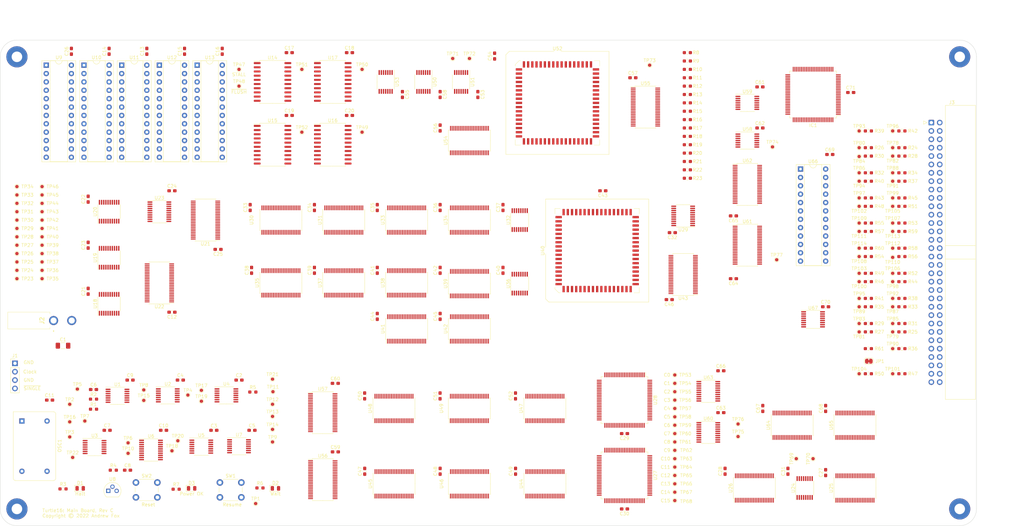
<source format=kicad_pcb>
(kicad_pcb (version 20221018) (generator pcbnew)
  (title_block (title "Turtle16: Main Board") (date "2022-04-25") (rev "C") (comment 4 "Main board of the Turtle16 sixteen-bit microcomputer"))
  (layers (0 "F.Cu" signal) (1 "In1.Cu" power) (2 "In2.Cu" power) (31 "B.Cu" signal) (34 "B.Paste" user) (35 "F.Paste" user) (36 "B.SilkS" user "B.Silkscreen") (37 "F.SilkS" user "F.Silkscreen") (38 "B.Mask" user) (39 "F.Mask" user) (44 "Edge.Cuts" user))
  (net 0 "")
  (net 1 "GND")
  (net 2 "VCC")
  (net 3 "Net-(C6-Pad1)")
  (net 4 "Net-(D1-K)")
  (net 5 "Net-(D1-A)")
  (net 6 "Net-(D2-K)")
  (net 7 "Net-(D2-A)")
  (net 8 "Net-(D3-K)")
  (net 9 "Net-(D3-A)")
  (net 10 "/Clock/RawClock")
  (net 11 "/Clock/~{SINGLE}")
  (net 14 "Net-(IC1-~{CE0L})")
  (net 15 "Net-(IC1-CE1L)")
  (net 17 "/Clock/Phi1_0")
  (net 19 "/Clock/Button1")
  (net 25 "/Clock/~{RST_async}")
  (net 27 "/Phi2")
  (net 28 "/RDY")
  (net 29 "/~{RST_sync}")
  (net 30 "Net-(JP1-B)")
  (net 32 "Net-(R1-Pad2)")
  (net 33 "Net-(#FLG03-pwr)")
  (net 34 "Net-(TP4-Pad1)")
  (net 35 "Net-(U6-D0)")
  (net 36 "Net-(TP8-Pad1)")
  (net 37 "/Phi1a")
  (net 38 "/Phi1b")
  (net 39 "/Phi1d")
  (net 40 "Net-(TP10-Pad1)")
  (net 41 "Net-(TP11-Pad1)")
  (net 42 "Net-(TP17-Pad1)")
  (net 43 "Net-(TP19-Pad1)")
  (net 44 "Net-(TP20-Pad1)")
  (net 45 "Net-(U24-O0)")
  (net 46 "Net-(U24-O1)")
  (net 47 "Net-(TP71-Pad1)")
  (net 48 "Net-(U52-RS1)")
  (net 49 "Net-(U54-1CLK)")
  (net 50 "/EX/Ctl_MEM15")
  (net 51 "/EX/Ctl_MEM14")
  (net 52 "/Phi1c")
  (net 57 "Net-(U6-Q1)")
  (net 59 "Net-(U3-Pad11)")
  (net 64 "Net-(U5-Pad2)")
  (net 65 "Net-(U5-Pad4)")
  (net 66 "Net-(U5-Pad11)")
  (net 74 "/EX/OVF")
  (net 75 "/EX/Z")
  (net 76 "/EX/Carry")
  (net 78 "/IF/FLUSH_IF")
  (net 83 "/EX/Ctl_MEM17")
  (net 84 "/EX/Ctl_MEM20")
  (net 89 "Net-(U12-I{slash}O-Pad14)")
  (net 90 "/ID/FWD_MEM_TO_B")
  (net 91 "/ID/FWD_EX_TO_B")
  (net 92 "/ID/FWD_B")
  (net 93 "/ID/FWD_A")
  (net 94 "/ID/FWD_EX_TO_A")
  (net 95 "/ID/FWD_MEM_TO_A")
  (net 96 "Net-(U12-I{slash}O-Pad15)")
  (net 97 "Net-(U12-I{slash}O-Pad16)")
  (net 98 "Net-(U12-I{slash}O-Pad17)")
  (net 105 "/EX/SelC_MEM0")
  (net 106 "/EX/SelC_MEM1")
  (net 107 "/EX/SelC_MEM2")
  (net 116 "/MEM/Ctl_WB17")
  (net 123 "/MEM/Y_WB15")
  (net 124 "/MEM/Y_WB14")
  (net 125 "/MEM/Y_WB13")
  (net 126 "/MEM/Y_WB12")
  (net 127 "/MEM/Y_WB11")
  (net 128 "/MEM/Y_WB10")
  (net 129 "/MEM/Y_WB9")
  (net 130 "/MEM/Y_WB8")
  (net 131 "/MEM/Y_WB7")
  (net 132 "/MEM/Y_WB6")
  (net 133 "/MEM/Y_WB5")
  (net 134 "/MEM/Y_WB4")
  (net 135 "/MEM/Y_WB3")
  (net 136 "/MEM/Y_WB2")
  (net 137 "/MEM/Y_WB1")
  (net 138 "/MEM/Y_WB0")
  (net 139 "/MEM/StoreOp_WB15")
  (net 140 "/MEM/StoreOp_WB14")
  (net 141 "/MEM/StoreOp_WB13")
  (net 142 "/MEM/StoreOp_WB12")
  (net 143 "/ID/Ins_ID0")
  (net 144 "/ID/Ins_ID1")
  (net 145 "/ID/Ins_ID2")
  (net 146 "/ID/Ins_ID3")
  (net 147 "/ID/Ins_ID4")
  (net 148 "/ID/Ins_ID5")
  (net 149 "/ID/Ins_ID6")
  (net 150 "/ID/Ins_ID7")
  (net 151 "/ID/Ins_ID8")
  (net 152 "/ID/Ins_ID9")
  (net 153 "/ID/Ins_ID10")
  (net 154 "/ID/Ins_ID11")
  (net 155 "/ID/Ins_ID12")
  (net 156 "/ID/Ins_ID13")
  (net 157 "/ID/Ins_ID14")
  (net 158 "/ID/Ins_ID15")
  (net 159 "/ID/Hazard Control/STALL")
  (net 160 "/ID/Ctl_EX0")
  (net 161 "/ID/Ctl_EX1")
  (net 162 "/ID/Ctl_EX2")
  (net 163 "/ID/Ctl_EX3")
  (net 164 "/ID/Ctl_EX4")
  (net 165 "/ID/Ctl_EX5")
  (net 166 "/ID/Ctl_EX6")
  (net 167 "/ID/Ctl_EX7")
  (net 168 "/ID/Ctl_EX8")
  (net 169 "/ID/Ctl_EX9")
  (net 170 "/ID/Ctl_EX10")
  (net 171 "/ID/Ctl_EX11")
  (net 172 "/ID/Ctl_EX12")
  (net 173 "/ID/Ctl_EX13")
  (net 174 "/ID/Ctl_EX14")
  (net 175 "/ID/Ctl_EX15")
  (net 176 "/ID/Ctl_EX16")
  (net 177 "/ID/Ctl_EX17")
  (net 178 "/ID/Ctl_EX18")
  (net 179 "/ID/Ctl_EX19")
  (net 180 "/ID/Ctl_EX20")
  (net 181 "/ID/Ins_EX0")
  (net 182 "/ID/Ins_EX1")
  (net 183 "/ID/Ins_EX2")
  (net 184 "/ID/Ins_EX3")
  (net 185 "/ID/Ins_EX4")
  (net 186 "/ID/Ins_EX5")
  (net 187 "/ID/Ins_EX6")
  (net 188 "/ID/Ins_EX7")
  (net 189 "/ID/Ins_EX8")
  (net 190 "/ID/Ins_EX9")
  (net 191 "/ID/Ins_EX10")
  (net 192 "/ID/Ctl_Mid0")
  (net 193 "/ID/Ctl_Mid1")
  (net 194 "/ID/Ctl_Mid2")
  (net 195 "/ID/Ctl_Mid3")
  (net 196 "/ID/Ctl_Mid4")
  (net 197 "/ID/Ctl_Mid5")
  (net 198 "/ID/Ctl_Mid6")
  (net 199 "/ID/Ctl_Mid7")
  (net 200 "/ID/Ctl_Mid8")
  (net 201 "/ID/Ctl_Mid9")
  (net 202 "/ID/Ctl_Mid10")
  (net 203 "/ID/Ctl_Mid11")
  (net 204 "/ID/Ctl_Mid12")
  (net 205 "/ID/Ctl_Mid13")
  (net 206 "/ID/Ctl_Mid14")
  (net 207 "/ID/Ctl_Mid15")
  (net 208 "/ID/Ctl_Mid16")
  (net 209 "/ID/Ctl_Mid17")
  (net 210 "/ID/Ctl_Mid18")
  (net 211 "/ID/Ctl_Mid19")
  (net 212 "/ID/Ctl_Mid20")
  (net 213 "/ID/Ctl_Mid21")
  (net 214 "/ID/Ctl_Mid22")
  (net 215 "/ID/Ctl_Mid23")
  (net 216 "/ID/Hazard Control/~{FLUSH}")
  (net 217 "/ID/Hazard Control/Hazard Control Comparators/SEL_B_MATCHES_SEL_C_MEM")
  (net 218 "/ID/Hazard Control/Hazard Control Comparators/SEL_A_MATCHES_SEL_C_MEM")
  (net 219 "/ID/Hazard Control/Hazard Control Comparators/SEL_A_MATCHES_SEL_C_EX")
  (net 220 "/ID/Hazard Control/Hazard Control Comparators/SEL_B_MATCHES_SEL_C_EX")
  (net 221 "/ID/ID Flush/Ctl_ID0")
  (net 222 "/ID/ID Flush/Ctl_ID1")
  (net 223 "/ID/ID Flush/Ctl_ID2")
  (net 224 "/ID/ID Flush/Ctl_ID3")
  (net 225 "/ID/ID Flush/Ctl_ID4")
  (net 226 "/ID/ID Flush/Ctl_ID5")
  (net 227 "/ID/ID Flush/Ctl_ID6")
  (net 228 "/ID/ID Flush/Ctl_ID7")
  (net 229 "/ID/ID Flush/Ctl_ID8")
  (net 230 "/ID/ID Flush/Ctl_ID9")
  (net 231 "/ID/ID Flush/Ctl_ID10")
  (net 232 "/ID/ID Flush/Ctl_ID11")
  (net 233 "/ID/ID Flush/Ctl_ID12")
  (net 234 "/ID/ID Flush/Ctl_ID13")
  (net 235 "/ID/ID Flush/Ctl_ID14")
  (net 236 "/ID/ID Flush/Ctl_ID15")
  (net 237 "/ID/ID Flush/Ctl_ID16")
  (net 238 "/ID/ID Flush/Ctl_ID17")
  (net 239 "/ID/ID Flush/Ctl_ID18")
  (net 240 "/ID/ID Flush/Ctl_ID19")
  (net 241 "/ID/ID Flush/Ctl_ID20")
  (net 242 "/ID/ID Flush/Ctl_ID21")
  (net 243 "/ID/ID Flush/Ctl_ID22")
  (net 244 "/ID/ID Flush/Ctl_ID23")
  (net 245 "/MEM/StoreOp_WB11")
  (net 246 "/MEM/StoreOp_WB10")
  (net 247 "/MEM/StoreOp_WB9")
  (net 248 "/MEM/StoreOp_WB8")
  (net 249 "/MEM/StoreOp_WB7")
  (net 250 "/MEM/StoreOp_WB6")
  (net 251 "/MEM/StoreOp_WB5")
  (net 252 "/MEM/StoreOp_WB4")
  (net 253 "/MEM/StoreOp_WB3")
  (net 254 "/MEM/StoreOp_WB2")
  (net 255 "/MEM/StoreOp_WB1")
  (net 256 "/MEM/StoreOp_WB0")
  (net 261 "/Operand Forwarding A/RegisterA0")
  (net 262 "/Operand Forwarding A/RegisterA1")
  (net 263 "/Operand Forwarding A/RegisterA2")
  (net 264 "/Operand Forwarding A/RegisterA3")
  (net 265 "/Operand Forwarding A/RegisterA4")
  (net 266 "/Operand Forwarding A/RegisterA5")
  (net 267 "/Operand Forwarding A/RegisterA6")
  (net 272 "/Operand Forwarding A/RegisterA7")
  (net 273 "/Operand Forwarding A/RegisterA8")
  (net 274 "/EX/ALU/C16")
  (net 275 "/EX/ALU/Z")
  (net 276 "/EX/ALU/OVF")
  (net 277 "/Operand Forwarding A/RegisterA9")
  (net 278 "/Operand Forwarding A/RegisterA10")
  (net 279 "/Operand Forwarding A/RegisterA11")
  (net 280 "/Operand Forwarding A/RegisterA12")
  (net 281 "/Operand Forwarding A/RegisterA13")
  (net 282 "/EX/ALU/RightOp0")
  (net 283 "/EX/ALU/RightOp1")
  (net 284 "/EX/ALU/RightOp2")
  (net 285 "/EX/ALU/RightOp3")
  (net 286 "/EX/ALU/RightOp4")
  (net 287 "/EX/ALU/RightOp5")
  (net 288 "/EX/ALU/RightOp6")
  (net 289 "/EX/ALU/RightOp7")
  (net 290 "/EX/ALU/RightOp8")
  (net 291 "/EX/ALU/RightOp9")
  (net 292 "/EX/ALU/RightOp10")
  (net 293 "/EX/ALU/RightOp11")
  (net 294 "/EX/ALU/RightOp12")
  (net 295 "/EX/ALU/RightOp13")
  (net 296 "/EX/ALU/RightOp14")
  (net 297 "/EX/ALU/RightOp15")
  (net 298 "/Operand Forwarding A/RegisterA14")
  (net 299 "/Operand Forwarding A/RegisterA15")
  (net 305 "/EX/sheet5FD8D6EA/StoreOp_EX0")
  (net 306 "/EX/sheet5FD8D6EA/StoreOp_EX1")
  (net 307 "/EX/sheet5FD8D6EA/StoreOp_EX2")
  (net 308 "/EX/sheet5FD8D6EA/StoreOp_EX3")
  (net 309 "/EX/sheet5FD8D6EA/StoreOp_EX4")
  (net 310 "/EX/sheet5FD8D6EA/StoreOp_EX5")
  (net 311 "/EX/sheet5FD8D6EA/StoreOp_EX6")
  (net 312 "/EX/sheet5FD8D6EA/StoreOp_EX7")
  (net 313 "/EX/sheet5FD8D6EA/StoreOp_EX8")
  (net 314 "/EX/sheet5FD8D6EA/StoreOp_EX9")
  (net 315 "/EX/sheet5FD8D6EA/StoreOp_EX10")
  (net 316 "/EX/sheet5FD8D6EA/StoreOp_EX11")
  (net 317 "/EX/sheet5FD8D6EA/StoreOp_EX12")
  (net 318 "/EX/sheet5FD8D6EA/StoreOp_EX13")
  (net 319 "/EX/sheet5FD8D6EA/StoreOp_EX14")
  (net 320 "/EX/sheet5FD8D6EA/StoreOp_EX15")
  (net 325 "/MEM/SelC_WB0")
  (net 326 "/MEM/SelC_WB1")
  (net 327 "/MEM/SelC_WB2")
  (net 333 "/MEM/Ctl_WB18")
  (net 334 "/MEM/Ctl_WB19")
  (net 335 "/RAM/Addr9")
  (net 336 "/RAM/Addr10")
  (net 337 "/RAM/Addr11")
  (net 338 "/RAM/Addr12")
  (net 339 "/RAM/Addr13")
  (net 340 "/RAM/Addr14")
  (net 341 "/RAM/Addr15")
  (net 342 "/MEM/Ctl_WB20")
  (net 346 "/System Bus Connector/~{MemStore}")
  (net 347 "/System Bus Connector/~{MemLoad}")
  (net 348 "/RAM/IO15")
  (net 349 "/RAM/IO14")
  (net 350 "/RAM/IO13")
  (net 351 "/RAM/IO12")
  (net 352 "/RAM/IO11")
  (net 353 "/RAM/IO10")
  (net 354 "/RAM/IO9")
  (net 355 "/RAM/IO8")
  (net 356 "/RAM/IO7")
  (net 357 "/RAM/IO6")
  (net 358 "/RAM/IO5")
  (net 359 "/RAM/IO4")
  (net 360 "/RAM/IO3")
  (net 361 "/RAM/IO2")
  (net 362 "/RAM/IO1")
  (net 363 "/RAM/IO0")
  (net 364 "/RAM/Ins_IF0")
  (net 365 "/RAM/Ins_IF1")
  (net 366 "/RAM/Ins_IF2")
  (net 367 "/RAM/Ins_IF3")
  (net 368 "/RAM/Ins_IF4")
  (net 369 "/RAM/Ins_IF5")
  (net 370 "/RAM/Ins_IF6")
  (net 371 "/RAM/Ins_IF7")
  (net 372 "/RAM/Ins_IF8")
  (net 373 "/RAM/Ins_IF9")
  (net 375 "/RAM/Ins_IF10")
  (net 376 "/RAM/Ins_IF11")
  (net 377 "/RAM/Ins_IF12")
  (net 378 "/RAM/Ins_IF13")
  (net 379 "/RAM/Ins_IF14")
  (net 380 "/RAM/Ins_IF15")
  (net 381 "/Operand Forwarding B/RegisterB0")
  (net 382 "/Operand Forwarding B/RegisterB1")
  (net 383 "/RAM/PC15")
  (net 384 "/RAM/PC14")
  (net 385 "/RAM/PC13")
  (net 386 "/RAM/PC12")
  (net 387 "/RAM/PC11")
  (net 388 "/RAM/PC10")
  (net 389 "/RAM/PC9")
  (net 390 "/RAM/PC8")
  (net 391 "/RAM/PC7")
  (net 392 "/RAM/PC6")
  (net 393 "/RAM/PC5")
  (net 394 "/RAM/PC4")
  (net 395 "/RAM/PC3")
  (net 396 "/RAM/PC2")
  (net 397 "/RAM/PC1")
  (net 398 "/RAM/PC0")
  (net 399 "/Operand Forwarding B/RegisterB2")
  (net 400 "/Operand Forwarding B/RegisterB3")
  (net 401 "/Operand Forwarding B/RegisterB4")
  (net 402 "/Operand Forwarding B/RegisterB5")
  (net 403 "/Operand Forwarding B/RegisterB6")
  (net 404 "/RAM/Addr0")
  (net 405 "/RAM/Addr1")
  (net 406 "/RAM/Addr2")
  (net 407 "/RAM/Addr3")
  (net 408 "/RAM/Addr4")
  (net 409 "/RAM/Addr5")
  (net 410 "/RAM/Addr6")
  (net 411 "/RAM/Addr7")
  (net 412 "/RAM/Addr8")
  (net 413 "/RAM/Bank1")
  (net 414 "/RAM/Bank2")
  (net 415 "/RAM/Bank0")
  (net 417 "/MEM/~{RDY}")
  (net 418 "/MEM/Buffer StoreOp As Bus I/O/~{Assert}")
  (net 422 "/Operand Forwarding B/RegisterB7")
  (net 423 "/Operand Forwarding B/RegisterB8")
  (net 424 "/Operand Forwarding B/RegisterB9")
  (net 425 "/Operand Forwarding B/RegisterB10")
  (net 426 "/Operand Forwarding B/RegisterB11")
  (net 427 "/Operand Forwarding B/RegisterB12")
  (net 428 "/Operand Forwarding B/RegisterB13")
  (net 429 "/Operand Forwarding B/RegisterB14")
  (net 430 "/Operand Forwarding B/RegisterB15")
  (net 436 "/Write Back and Register File/Select Write Back Source/C0")
  (net 437 "/Write Back and Register File/Select Write Back Source/C1")
  (net 438 "/Write Back and Register File/Select Write Back Source/C2")
  (net 439 "/Write Back and Register File/Select Write Back Source/C3")
  (net 440 "/Write Back and Register File/Select Write Back Source/C4")
  (net 441 "/Write Back and Register File/Select Write Back Source/C5")
  (net 442 "/Write Back and Register File/Select Write Back Source/C6")
  (net 443 "/Write Back and Register File/Select Write Back Source/C7")
  (net 444 "/Write Back and Register File/Select Write Back Source/C8")
  (net 445 "/Write Back and Register File/Select Write Back Source/C9")
  (net 446 "/Write Back and Register File/Select Write Back Source/C10")
  (net 447 "/Write Back and Register File/Select Write Back Source/C11")
  (net 448 "/Write Back and Register File/Select Write Back Source/C12")
  (net 449 "/Write Back and Register File/Select Write Back Source/C13")
  (net 450 "/Write Back and Register File/Select Write Back Source/C14")
  (net 451 "/Write Back and Register File/Select Write Back Source/C15")
  (net 461 "/EX/N")
  (net 467 "/EX/B15")
  (net 468 "/EX/B14")
  (net 469 "/EX/B13")
  (net 470 "/EX/B12")
  (net 471 "/EX/B11")
  (net 472 "/EX/B10")
  (net 473 "/EX/B9")
  (net 474 "/EX/B8")
  (net 475 "/EX/B7")
  (net 476 "/EX/B6")
  (net 477 "/EX/B5")
  (net 478 "/EX/B4")
  (net 479 "/EX/B3")
  (net 480 "/EX/B2")
  (net 481 "/EX/B1")
  (net 482 "/EX/B0")
  (net 485 "Net-(U30-1~{OE})")
  (net 486 "Net-(U31-1~{OE})")
  (net 491 "Net-(U32-O3)")
  (net 492 "Net-(U32-O2)")
  (net 493 "Net-(U35-1~{OE})")
  (net 498 "/EX/PC_EX15")
  (net 499 "/EX/PC_EX14")
  (net 500 "/EX/PC_EX13")
  (net 501 "/Operand Forwarding A/A_ID0")
  (net 502 "/Operand Forwarding A/A_ID1")
  (net 503 "/Operand Forwarding A/A_ID2")
  (net 504 "/Operand Forwarding A/A_ID3")
  (net 505 "/Operand Forwarding A/A_ID4")
  (net 506 "/Operand Forwarding A/A_ID5")
  (net 507 "/Operand Forwarding A/A_ID6")
  (net 508 "/Operand Forwarding A/A_ID7")
  (net 509 "/Operand Forwarding A/A_ID8")
  (net 510 "/Operand Forwarding A/A_ID9")
  (net 511 "/Operand Forwarding A/A_ID10")
  (net 512 "/Operand Forwarding A/A_ID11")
  (net 513 "/Operand Forwarding A/A_ID12")
  (net 514 "/Operand Forwarding A/A_ID13")
  (net 515 "/Operand Forwarding A/A_ID14")
  (net 516 "/Operand Forwarding A/A_ID15")
  (net 517 "/Operand Forwarding B/B_ID0")
  (net 518 "/Operand Forwarding B/B_ID1")
  (net 519 "/Operand Forwarding B/B_ID2")
  (net 520 "/Operand Forwarding B/B_ID3")
  (net 521 "/Operand Forwarding B/B_ID4")
  (net 522 "/Operand Forwarding B/B_ID5")
  (net 523 "/Operand Forwarding B/B_ID6")
  (net 524 "/Operand Forwarding B/B_ID7")
  (net 525 "/Operand Forwarding B/B_ID8")
  (net 526 "/Operand Forwarding B/B_ID9")
  (net 527 "/Operand Forwarding B/B_ID10")
  (net 528 "/Operand Forwarding B/B_ID11")
  (net 529 "/Operand Forwarding B/B_ID12")
  (net 530 "/Operand Forwarding B/B_ID13")
  (net 531 "/Operand Forwarding B/B_ID14")
  (net 532 "/Operand Forwarding B/B_ID15")
  (net 533 "/EX/PC_EX12")
  (net 534 "/EX/PC_EX11")
  (net 535 "/EX/PC_EX10")
  (net 536 "/EX/PC_EX9")
  (net 537 "/EX/PC_EX8")
  (net 538 "/EX/PC_EX7")
  (net 539 "/EX/PC_EX6")
  (net 540 "/EX/PC_EX5")
  (net 541 "/EX/PC_EX4")
  (net 542 "/EX/PC_EX3")
  (net 543 "/EX/PC_EX2")
  (net 544 "/EX/PC_EX1")
  (net 545 "/EX/PC_EX0")
  (net 546 "/EX/A0")
  (net 547 "/EX/A1")
  (net 548 "/EX/A2")
  (net 549 "/EX/A3")
  (net 550 "/EX/A4")
  (net 551 "/EX/A5")
  (net 552 "/EX/A6")
  (net 553 "/EX/A7")
  (net 554 "/EX/A8")
  (net 555 "/EX/A9")
  (net 556 "/EX/A10")
  (net 557 "/EX/A11")
  (net 558 "/EX/A12")
  (net 559 "/EX/A13")
  (net 560 "/EX/A14")
  (net 561 "/EX/A15")
  (net 562 "Net-(U36-O3)")
  (net 563 "Net-(U36-O2)")
  (net 564 "/EX/Y_EX15")
  (net 565 "/EX/Y_EX14")
  (net 566 "/EX/Y_EX13")
  (net 567 "/EX/Y_EX12")
  (net 568 "/EX/Y_EX11")
  (net 569 "/EX/Y_EX10")
  (net 570 "/EX/Y_EX9")
  (net 571 "/EX/Y_EX8")
  (net 572 "/EX/Y_EX7")
  (net 573 "/EX/Y_EX6")
  (net 574 "/EX/Y_EX5")
  (net 575 "/EX/Y_EX4")
  (net 576 "/EX/Y_EX3")
  (net 577 "/EX/Y_EX2")
  (net 578 "/EX/Y_EX1")
  (net 579 "/EX/Y_EX0")
  (net 580 "/EX/Ctl_MEM16")
  (net 581 "/EX/Ctl_MEM18")
  (net 582 "/EX/Ctl_MEM19")
  (net 583 "Net-(U36-O1)")
  (net 589 "/EX/StoreOp_MEM0")
  (net 590 "/EX/StoreOp_MEM1")
  (net 591 "/EX/StoreOp_MEM2")
  (net 592 "/EX/StoreOp_MEM3")
  (net 593 "/EX/StoreOp_MEM4")
  (net 594 "/EX/StoreOp_MEM5")
  (net 595 "/EX/StoreOp_MEM6")
  (net 596 "/EX/StoreOp_MEM7")
  (net 597 "/EX/StoreOp_MEM8")
  (net 598 "/EX/StoreOp_MEM9")
  (net 599 "/EX/StoreOp_MEM10")
  (net 600 "/EX/StoreOp_MEM11")
  (net 601 "/EX/StoreOp_MEM12")
  (net 602 "/EX/StoreOp_MEM13")
  (net 603 "/EX/StoreOp_MEM14")
  (net 604 "/EX/StoreOp_MEM15")
  (net 605 "/EX/Y_MEM0")
  (net 606 "/EX/Y_MEM1")
  (net 607 "/EX/Y_MEM2")
  (net 608 "/EX/Y_MEM3")
  (net 609 "/EX/Y_MEM4")
  (net 610 "/EX/Y_MEM5")
  (net 611 "/EX/Y_MEM6")
  (net 612 "/EX/Y_MEM7")
  (net 613 "/EX/Y_MEM8")
  (net 614 "/EX/Y_MEM9")
  (net 615 "/EX/Y_MEM10")
  (net 616 "/EX/Y_MEM11")
  (net 617 "/EX/Y_MEM12")
  (net 618 "/EX/Y_MEM13")
  (net 619 "/EX/Y_MEM14")
  (net 620 "/EX/Y_MEM15")
  (net 636 "Net-(U58-Pad1)")
  (net 637 "Net-(U58-Pad2)")
  (net 646 "Net-(U67-Mr)")
  (net 654 "Net-(U67-E1)")
  (footprint "Resistor_SMD:R_0603_1608Metric_Pad0.98x0.95mm_HandSolder" (layer "F.Cu") (at 278.13 74.93)
    (fp_text reference "R15")
    (fp_text value "10K")
  )
  (footprint "Capacitor_SMD:C_0603_1608Metric_Pad1.08x0.95mm_HandSolder" (layer "F.Cu") (at 180.3187 161.29 90)
    (fp_text reference "C50")
    (fp_text value "100nF")
  )
  (footprint "TestPoint:TestPoint_Pad_D1.0mm" (layer "F.Cu") (at 340.36 101.2316)
    (fp_text reference "TP99")
    (fp_text value "Addr9")
  )
  (footprint "Resistor_SMD:R_0603_1608Metric_Pad0.98x0.95mm_HandSolder" (layer "F.Cu") (at 278.13 80.01)
    (fp_text reference "R17")
    (fp_text value "10K")
  )
  (footprint "TestPoint:TestPoint_Pad_D1.0mm" (layer "F.Cu") (at 293.497 173.6216)
    (fp_text reference "TP75")
    (fp_text value "~{MemStoreIn}")
  )
  (footprint "Package_SO:TSSOP-14_4.4x5mm_P0.65mm" (layer "F.Cu") (at 130.81 176.6781)
    (fp_text reference "U5")
    (fp_text value "74AHCT04")
  )
  (footprint "TestPoint:TestPoint_Pad_D1.0mm" (layer "F.Cu") (at 274.32 154.94)
    (fp_text reference "TP53")
    (fp_text value "C0")
  )
  (footprint "TestPoint:TestPoint_Pad_D1.0mm" (layer "F.Cu") (at 82.55 100.33 180)
    (fp_text reference "TP45")
    (fp_text value "Ctl_Mid22")
  )
  (footprint "TestPoint:TestPoint_Pad_D1.0mm" (layer "F.Cu") (at 207.01 58.928)
    (fp_text reference "TP71")
    (fp_text value "TP")
  )
  (footprint "TestPoint:TestPoint_Pad_D1.0mm" (layer "F.Cu") (at 340.36 154.5716)
    (fp_text reference "TP101")
    (fp_text value "~{MemStore}")
  )
  (footprint "Package_SO:TSSOP-48_6.1x12.5mm_P0.5mm" (layer "F.Cu") (at 212.0687 165.1 90)
    (fp_text reference "U49")
    (fp_text value "74AHCT16245")
  )
  (footprint "Capacitor_SMD:C_0603_1608Metric_Pad1.08x0.95mm_HandSolder" (layer "F.Cu") (at 259.08 172.72 180)
    (fp_text reference "C29")
    (fp_text value "100nF")
  )
  (footprint "MountingHole:MountingHole_3.2mm_M3_Pad" (layer "F.Cu") (at 74.93 58.42)
    (fp_text reference "H1" hide)
    (fp_text value "MountingHole_Pad" hide)
  )
  (footprint "Package_SO:SOIC-20W_7.5x12.8mm_P1.27mm" (layer "F.Cu") (at 152.4 66.04)
    (fp_text reference "U14")
    (fp_text value "74F521")
  )
  (footprint "Capacitor_SMD:C_0603_1608Metric_Pad1.08x0.95mm_HandSolder" (layer "F.Cu") (at 259.08 195.58 180)
    (fp_text reference "C30")
    (fp_text value "100nF")
  )
  (footprint "Capacitor_SMD:C_0603_1608Metric_Pad1.08x0.95mm_HandSolder" (layer "F.Cu") (at 146.177 171.7251)
    (fp_text reference "C5")
    (fp_text value "100nF")
  )
  (footprint "Package_SO:TSSOP-14_4.4x5mm_P0.65mm" (layer "F.Cu") (at 98.4611 176.8051)
    (fp_text reference "U3")
    (fp_text value "74AHCT04")
  )
  (footprint "Capacitor_SMD:C_0603_1608Metric_Pad1.08x0.95mm_HandSolder" (layer "F.Cu") (at 165.1 104.14 90)
    (fp_text reference "C34")
    (fp_text value "100nF")
  )
  (footprint "Package_SO:TSSOP-48_6.1x12.5mm_P0.5mm" (layer "F.Cu") (at 328.93 170.18 90)
    (fp_text reference "U65")
    (fp_text value "74ABT16374")
  )
  (footprint "TestPoint:TestPoint_Pad_D1.0mm" (layer "F.Cu") (at 303.9375 85.75)
    (fp_text reference "TP74")
    (fp_text value "~{RDY}")
  )
  (footprint "Resistor_SMD:R_0603_1608Metric_Pad0.98x0.95mm_HandSolder" (layer "F.Cu") (at 278.13 87.63)
    (fp_text reference "R20")
    (fp_text value "10K")
  )
  (footprint "TestPoint:TestPoint_Pad_D1.0mm" (layer "F.Cu") (at 82.55 107.95 180)
    (fp_text reference "TP42")
    (fp_text value "Ctl_Mid19")
  )
  (footprint "Capacitor_SMD:C_0603_1608Metric_Pad1.08x0.95mm_HandSolder" (layer "F.Cu") (at 203.1787 161.29 90)
    (fp_text reference "C51")
    (fp_text value "100nF")
  )
  (footprint "Capacitor_SMD:C_0603_1608Metric_Pad1.08x0.95mm_HandSolder" (layer "F.Cu") (at 219.71 58.1871 90)
    (fp_text reference "C54")
    (fp_text value "100nF")
  )
  (footprint "Package_DIP:DIP-24_W7.62mm_Socket" (layer "F.Cu") (at 129.55 60.955)
    (fp_text reference "U13")
    (fp_text value "ATF22V10C-7PX")
  )
  (footprint "TestPoint:TestPoint_Pad_D1.0mm" (layer "F.Cu") (at 74.93 102.87 180)
    (fp_text reference "TP32")
    (fp_text value "Ctl_Mid9")
  )
  (footprint "Package_SO:TSSOP-20_4.4x6.5mm_P0.65mm" (layer "F.Cu") (at 102.87 105.41 90)
    (fp_text reference "U20")
    (fp_text value "74AHCT273")
  )
  (footprint "TestPoint:TestPoint_Pad_D1.0mm" (layer "F.Cu") (at 330.2 134.2516 180)
    (fp_text reference "TP89")
    (fp_text value "IO5")
  )
  (footprint "Resistor_SMD:R_0603_1608Metric_Pad0.98x0.95mm_HandSolder" (layer "F.Cu") (at 343.154 126.6316)
    (fp_text reference "R44")
    (fp_text value "10K")
  )
  (footprint "TestPoint:TestPoint_Pad_D1.0mm" (layer "F.Cu") (at 147.2839 193.9501)
    (fp_text reference "TP1")
    (fp_text value "Resume")
  )
  (footprint "TestPoint:TestPoint_Pad_D1.0mm" (layer "F.Cu") (at 274.32 175.26)
    (fp_text reference "TP61")
    (fp_text value "C8")
  )
  (footprint "TestPoint:TestPoint_Pad_D1.0mm" (layer "F.Cu") (at 152.4 167.513)
    (fp_text reference "TP13")
    (fp_text value "Phi1b")
  )
  (footprint "Package_SO:TSSOP-14_4.4x5mm_P0.65mm" (layer "F.Cu") (at 209.55 66.04 -90)
    (fp_text reference "U51")
    (fp_text value "74AHCT04")
  )
  (footprint "Package_SO:TSSOP-48_6.1x12.5mm_P0.5mm" (layer "F.Cu") (at 193.04 127 90)
    (fp_text reference "U38")
    (fp_text value "74AHCT16245")
  )
  (footprint "Capacitor_SMD:C_0603_1608Metric_Pad1.08x0.95mm_HandSolder" (layer "F.Cu") (at 157.48 76.2)
    (fp_text reference "C19")
    (fp_text value "100nF")
  )
  (footprint "Capacitor_SMD:C_0603_1608Metric_Pad1.08x0.95mm_HandSolder" (layer "F.Cu") (at 175.73 76.2)
    (fp_text reference "C20")
    (fp_text value "100nF")
  )
  (footprint "TestPoint:TestPoint_Pad_D1.0mm" (layer "F.Cu") (at 274.32 185.42)
    (fp_text reference "TP65")
    (fp_text value "C12")
  )
  (footprint "TestPoint:TestPoint_Pad_D1.0mm" (layer "F.Cu") (at 152.527 160.02)
    (fp_text reference "TP11")
    (fp_text value "TP")
  )
  (footprint "Resistor_SMD:R_0603_1608Metric_Pad0.98x0.95mm_HandSolder" (layer "F.Cu") (at 332.994 103.7716)
    (fp_text reference "R48")
    (fp_text value "10K")
  )
  (footprint "Package_DIP:DIP-24_W7.62mm_Socket" (layer "F.Cu") (at 106.68 60.955)
    (fp_text reference "U11")
    (fp_text value "ATF22V10C-7PX")
  )
  (footprint "TestPoint:TestPoint_Pad_D1.0mm" (layer "F.Cu") (at 142.24 67.31)
    (fp_text reference "TP48")
    (fp_text value "~{FLUSH}")
  )
  (footprint "Package_SO:TSSOP-14_4.4x5mm_P0.65mm" (layer "F.Cu") (at 296.3175 83.82)
    (fp_text reference "U58")
    (fp_text value "74ABT32")
  )
  (footprint "TestPoint:TestPoint_Pad_D1.0mm" (layer "F.Cu") (at 82.55 102.87 180)
    (fp_text reference "TP44")
    (fp_text value "Ctl_Mid21")
  )
  (footprint "Package_SO:TSSOP-16_4.4x5mm_P0.65mm" (layer "F.Cu") (at 316.23 138.0616)
    (fp_text reference "U67")
    (fp_text value "CD74HC173PWR")
  )
  (footprint "TestPoint:TestPoint_Pad_D1.0mm" (layer "F.Cu") (at 316.23 180.34 90)
    (fp_text reference "TP70")
    (fp_text value "TP")
  )
  (footprint "Package_SO:TSSOP-48_6.1x12.5mm_P0.5mm" (layer "F.Cu") (at 296.3175 115.57)
    (fp_text reference "U61")
    (fp_text value "74AHCT16245")
  )
  (footprint "TestPoint:TestPoint_Pad_D1.0mm" (layer "F.Cu") (at 82.55 105.41 180)
    (fp_text reference "TP43")
    (fp_text value "Ctl_Mid20")
  )
  (footprint "Capacitor_SMD:C_0603_1608Metric_Pad1.08x0.95mm_HandSolder" (layer "F.Cu") (at 157.48 57.15)
    (fp_text reference "C17")
    (fp_text value "100nF")
  )
  (footprint "TestPoint:TestPoint_Pad_D1.0mm" (layer "F.Cu") (at 340.36 111.3916 180)
    (fp_text reference "TP113")
    (fp_text value "Addr15")
  )
  (footprint "Capacitor_SMD:C_0603_1608Metric_Pad1.08x0.95mm_HandSolder" (layer "F.Cu") (at 252.5121 99.06 180)
    (fp_text reference "C43")
    (fp_text value "100nF")
  )
  (footprint "TestPoint:TestPoint_Pad_D1.0mm" (layer "F.Cu") (at 274.32 190.5)
    (fp_text reference "TP67")
    (fp_text value "C14")
  )
  (footprint "Package_SO:TSSOP-14_4.4x5mm_P0.65mm" (layer "F.Cu") (at 120.65 161.1269)
    (fp_text reference "U2")
    (fp_text value "74AHCT08")
  )
  (footprint "TestPoint:TestPoint_Pad_D1.0mm" (layer "F.Cu") (at 90.932 169.164)
    (fp_text reference "TP16")
    (fp_text value "Phi2")
  )
  (footprint "TestPoint:TestPoint_Pad_D1.0mm" (layer "F.Cu") (at 113.3749 162.6509)
    (fp_text reference "TP15")
    (fp_text value "Phi1d")
  )
  (footprint "Package_SO:TSSOP-14_4.4x5mm_P0.65mm" (layer "F.Cu") (at 138.43 161.1269)
    (fp_text reference "U4")
    (fp_text value "74AHCT05")
  )
  (footprint "Resistor_SMD:R_0603_1608Metric_Pad0.98x0.95mm_HandSolder" (layer "F.Cu") (at 278.13 59.69)
    (fp_text reference "R9")
    (fp_text value "10K")
  )
  (footprint "TestPoint:TestPoint_Pad_D1.0mm" (layer "F.Cu") (at 113.3749 159.4759)
    (fp_text reference "TP8")
    (fp_text value "HLT")
  )
  (footprint "Resistor_SMD:R_0603_1608Metric_Pad0.98x0.95mm_HandSolder" (layer "F.Cu") (at 98.1475 165.3179)
    (fp_text reference "R1")
    (fp_text value "10K")
  )
  (footprint "TestPoint:TestPoint_Pad_D1.0mm" (layer "F.Cu") (at 330.2 96.1516 180)
    (fp_text reference "TP94")
    (fp_text value "Addr7")
  )
  (footprint "Capacitor_SMD:C_0603_1608Metric_Pad1.08x0.95mm_HandSolder" (layer "F.Cu") (at 175.73 57.15)
    (fp_text reference "C18")
    (fp_text value "100nF")
  )
  (footprint "Capacitor_SMD:C_0603_1608Metric_Pad1.08x0.95mm_HandSolder" (layer "F.Cu") (at 292.1 106.68 180)
    (fp_text reference "C65")
    (fp_text value "100nF")
  )
  (footprint "LED_SMD:LED_0805_2012Metric" (layer "F.Cu") (at 127.889 189.342)
    (fp_text reference "D3")
    (fp_text value "Power OK")
  )
  (footprint "TestPoint:TestPoint_Pad_D1.0mm" (layer "F.Cu") (at 126.746 161.036)
    (fp_text reference "TP4")
    (fp_text value "HLT")
  )
  (footprint "TestPoint:TestPoint_Pad_D1.0mm" (layer "F.Cu") (at 330.2 80.9116)
    (fp_text reference "TP93")
    (fp_text value "Bank1")
  )
  (footprint "Resistor_SMD:R_0603_1608Metric_Pad0.98x0.95mm_HandSolder" (layer "F.Cu") (at 123.19 189.596)
    (fp_text reference "R7")
    (fp_text value "270R")
  )
  (footprint "TestPoint:TestPoint_Pad_D1.0mm" (layer "F.Cu") (at 340.36 131.7116)
    (fp_text reference "TP92")
    (fp_text value "IO6")
  )
  (footprint "TestPoint:TestPoint_Pad_D1.0mm" (layer "F.Cu") (at 82.55 118.11 180)
    (fp_text reference "TP38")
    (fp_text value "Ctl_Mid15")
  )
  (footprint "Capacitor_SMD:C_0603_1608Metric_Pad1.08x0.95mm_HandSolder" (layer "F.Cu") (at 288.29 153.67)
    (fp_text reference "C66")
    (fp_text value "100nF")
  )
  (footprint "Package_SO:TSSOP-48_6.1x12.5mm_P0.5mm" (layer "F.Cu") (at 265.43 73.66)
    (fp_text reference "U55")
    (fp_text value "74ABT16374")
  )
  (footprint "Package_SO:TSSOP-20_4.4x6.5mm_P0.65mm" (layer "F.Cu") (at 284.48 172.3516)
    (fp_text reference "U60")
    (fp_text value "74AHCT245")
  )
  (footprint "Capacitor_SMD:C_0603_1608Metric_Pad1.08x0.95mm_HandSolder" (layer "F.Cu") (at 142.24 156.4851)
    (fp_text reference "C2")
    (fp_text value "100nF")
  )
  (footprint "Resistor_SMD:R_0603_1608Metric_Pad0.98x0.95mm_HandSolder" (layer "F.Cu") (at 343.154 101.2316)
    (fp_text reference "R45")
    (fp_text value "10K")
  )
  (footprint "Resistor_SMD:R_0603_1608Metric_Pad0.98x0.95mm_HandSolder" (layer "F.Cu") (at 332.994 119.0116)
    (fp_text reference "R54")
    (fp_text value "10K")
  )
  (footprint "Capacitor_SMD:C_0603_1608Metric_Pad1.08x0.95mm_HandSolder" (layer "F.Cu") (at 320.04 165.1 90)
    (fp_text reference "C68")
    (fp_text value "100nF")
  )
  (footprint "Resistor_SMD:R_0603_1608Metric_Pad0.98x0.95mm_HandSolder" (layer "F.Cu") (at 332.994 108.8516)
    (fp_text reference "R55")
    (fp_text value "10K")
  )
  (footprint "TestPoint:TestPoint_Pad_D1.0mm" (layer "F.Cu") (at 82.55 97.79 180)
    (fp_text reference "TP46")
    (fp_text value "Ctl_Mid23")
  )
  (footprint "Resistor_SMD:R_0603_1608Metric_Pad0.98x0.95mm_HandSolder" (layer "F.Cu") (at 278.13 72.39)
    (fp_text reference "R14")
    (fp_text value "10K")
  )
  (footprint "MountingHole:MountingHole_3.2mm_M3_Pad" (layer "F.Cu") (at 360.68 58.42)
    (fp_text reference "H4" hide)
    (fp_text value "MountingHole_Pad" hide)
  )
  (footprint "Capacitor_SMD:C_0603_1608Metric_Pad1.08x0.95mm_HandSolder" (layer "F.Cu") (at 171.45 178.2664)
    (fp_text reference "C59")
    (fp_text value "100nF")
  )
  (footprint "Resistor_SMD:R_0603_1608Metric_Pad0.98x0.95mm_HandSolder" (layer "F.Cu") (at 104.14 183.8262)
    (fp_text reference "R4")
    (fp_text value "1K")
  )
  (footprint "Capacitor_SMD:C_0603_1608Metric_Pad1.08x0.95mm_HandSolder" (layer "F.Cu") (at 203.2 69.85 -90)
    (fp_text reference "C58")
    (fp_text value "100nF")
  )
  (footprint "Package_SO:TSSOP-48_6.1x12.5mm_P0.5mm" (layer "F.Cu") (at 173.99 127 90)
    (fp_text reference "U37")
    (fp_text value "74AHCT16245")
  )
  (footprint "TestPoint:TestPoint_Pad_D1.0mm" (layer "F.Cu") (at 82.55 123.19 180)
    (fp_text reference "TP36")
    (fp_text value "Ctl_Mid13")
  )
  (footprint "TestPoint:TestPoint_Pad_D1.0mm" (layer "F.Cu") (at 330.2 131.7116)
    (fp_text reference "TP95")
    (fp_text value "IO7")
  )
  (footprint "TestPoint:TestPoint_Pad_D1.0mm" (layer "F.Cu") (at 74.93 107.95 180)
    (fp_text reference "TP30")
    (fp_text value "Ctl_Mid7")
  )
  (footprint "Resistor_SMD:R_0603_1608Metric_Pad0.98x0.95mm_HandSolder" (layer "F.Cu") (at 343.154 146.9516)
    (fp_text reference "R36")
    (fp_text value "10K")
  )
  (footprint "TestPoint:TestPoint_Pad_D1.0mm" (layer "F.Cu") (at 330.2 88.6586 180)
    (fp_text reference "TP84")
    (fp_text value "Addr3")
  )
  (footprint "Resistor_SMD:R_0603_1608Metric_Pad0.98x0.95mm_HandSolder" (layer "F.Cu") (at 343.154 111.3916)
    (fp_text reference "R59")
    (fp_text value "10K")
  )
  (footprint "Capacitor_SMD:C_0603_1608Metric_Pad1.08x0.95mm_HandSolder" (layer "F.Cu") (at 261.62 64.77)
    (fp_text reference "C57")
    (fp_text value "100nF")
  )
  (footprint "TestPoint:TestPoint_Pad_D1.0mm" (layer "F.Cu") (at 340.36 146.9516)
    (fp_text reference "TP90")
    (fp_text value "Bank0")
  )
  (footprint "Resistor_SMD:R_0603_1608Metric_Pad0.98x0.95mm_HandSolder" (layer "F.Cu") (at 343.154 124.0916)
    (fp_text reference "R52")
    (fp_text value "10K")
  )
  (footprint "Capacitor_SMD:C_0603_1608Metric_Pad1.08x0.95mm_HandSolder" (layer "F.Cu") (at 203.2 123.19 90)
    (fp_text reference "C42")
    (fp_text value "100nF")
  )
  (footprint "TestPoint:TestPoint_Pad_D1.0mm" (layer "F.Cu") (at 330.2 103.7716 180)
    (fp_text reference "TP102")
    (fp_text value "Addr10")
  )
  (footprint "Resistor_SMD:R_0603_1608Metric_Pad0.98x0.95mm_HandSolder" (layer "F.Cu") (at 332.994 80.9116)
    (fp_text reference "R39")
    (fp_text value "10K")
  )
  (footprint "TestPoint:TestPoint_Pad_D1.0mm" (layer "F.Cu") (at 274.32 172.72)
    (fp_text reference "TP60")
    (fp_text value "C7")
  )
  (footprint "Package_SO:TSSOP-48_6.1x12.5mm_P0.5mm" (layer "F.Cu") (at 173.99 107.95 90)
    (fp_text reference "U31")
    (fp_text value "74AHCT16245")
  )
  (footprint "Resistor_SMD:R_0603_1608Metric_Pad0.98x0.95mm_HandSolder" (layer "F.Cu") (at 278.13 85.09)
    (fp_text reference "R19")
    (fp_text value "10K")
  )
  (footprint "Resistor_SMD:R_0603_1608Metric_Pad0.98x0.95mm_HandSolder" (layer "F.Cu") (at 332.994 154.5716)
    (fp_text reference "R50")
    (fp_text value "10K")
  )
  (footprint "Capacitor_SMD:C_0603_1608Metric_Pad1.08x0.95mm_HandSolder" (layer "F.Cu") (at 272.6425 132.08 180)
    (fp_text reference "C46")
    (fp_text value "100nF")
  )
  (footprint "Package_SO:TSSOP-48_6.1x12.5mm_P0.5mm" (layer "F.Cu") (at 118.11 127 180)
    (fp_text reference "U22")
    (fp_text value "74ABT16374")
  )
  (footprint "TestPoint:TestPoint_Pad_D1.0mm" (layer "F.Cu") (at 340.36 108.8516)
    (fp_text reference "TP107")
    (fp_text value "Addr12")
  )
  (footprint "TestPoint:TestPoint_Pad_D1.0mm" (layer "F.Cu") (at 330.2 126.6316 180)
    (fp_text reference "TP100")
    (fp_text value "IO9")
  )
  (footprint "Package_SO:TSSOP-48_6.1x12.5mm_P0.5mm" (layer "F.Cu") (at 212.09 127.23 90)
    (fp_text reference "U39")
    (fp_text value "74AHCT16245")
  )
  (footprint "Package_SO:TSSOP-20_4.4x6.5mm_P0.65mm" (layer "F.Cu") (at 118.11 105.41)
    (fp_text reference "U23")
    (fp_text value "74AHCT574")
  )
  (footprint "Package_SO:TSSOP-48_6.1x12.5mm_P0.5mm" (layer "F.Cu") (at 189.23 187.96 90)
    (fp_text reference "U45")
    (fp_text value "74AHCT16245")
  )
  (footprint "Package_SO:TSSOP-20_4.4x6.5mm_P0.65mm" (layer "F.Cu") (at 115.57 177.6941)
    (fp_text reference "U6")
    (fp_text value "74AHCT273")
  )
  (footprint "TestPoint:TestPoint_Pad_D1.0mm" (layer "F.Cu") (at 340.36 93.6116)
    (fp_text reference "TP88")
    (fp_text value "Addr5")
  )
  (footprint "Resistor_SMD:R_0603_1608Metric_Pad0.98x0.95mm_HandSolder" (layer "F.Cu") (at 332.994 88.5316)
    (fp_text reference "R30")
    (fp_text value "10K")
  )
  (footprint "Package_QFP:TQFP-100_14x14mm_P0.5mm" (layer "F.Cu") (at 316.23 69.85 180)
    (fp_text reference "IC1")
    (fp_text value "7028L20PFGI")
  )
  (footprint "TestPoint:TestPoint_Pad_D1.0mm" (layer "F.Cu") (at 340.36 126.6316 180)
    (fp_text reference "TP98")
    (fp_text value "IO8")
  )
  (footprint "Package_SO:TSSOP-48_6.1x12.5mm_P0.5mm" (layer "F.Cu") (at 189.2087 165.1 90)
    (fp_text reference "U48")
    (fp_text value "74AHCT16245")
  )
  (footprint "TestPoint:TestPoint_Pad_D1.0mm" (layer "F.Cu") (at 274.32 180.34)
    (fp_text reference "TP63")
    (fp_text value "C10")
  )
  (footprint "Capacitor_SMD:C_0603_1608Metric_Pad1.08x0.95mm_HandSolder" (layer "F.Cu") (at 308.61 184.15 90)
    (fp_text reference "C31")
    (fp_text value "100nF")
  )
  (footprint "Capacitor_SMD:C_0603_1608Metric_Pad1.08x0.95mm_HandSolder" (layer "F.Cu") (at 96.52 101.6 90)
    (fp_text reference "C22")
    (fp_text value "100nF")
  )
  (footprint "TestPoint:TestPoint_Pad_D1.0mm" (layer "F.Cu") (at 108.6211 175.5351)
    (fp_text reference "TP6")
    (fp_text value "Phi1_0")
  )
  (footprint "Resistor_SMD:R_0603_1608Metric_Pad0.98x0.95mm_HandSolder" (layer "F.Cu") (at 332.994 101.2316)
    (fp_text reference "R43")
    (fp_text value "10K")
  )
  (footprint "Resistor_SMD:R_0603_1608Metric_Pad0.98x0.95mm_HandSolder" (layer "F.Cu") (at 343.154 154.5716)
    (fp_text reference "R47")
    (fp_text value "10K")
  )
  (footprint "Capacitor_SMD:C_0603_1608Metric_Pad1.08x0.95mm_HandSolder" (layer "F.Cu") (at 91.44 56.7425 90)
    (fp_text reference "C26")
    (fp_text value "100nF")
  )
  (footprint "Capacitor_SMD:C_0603_1608Metric_Pad1.08x0.95mm_HandSolder" (layer "F.Cu") (at 102.87 56.7425 90)
    (fp_text reference "C14")
    (fp_text value "100nF")
  )
  (footprint "Package_SO:TSSOP-48_6.1x12.5mm_P0.5mm" (layer "F.Cu") (at 212.09 107.95 90)
    (fp_text reference "U34")
    (fp_text value "74AHCT16245")
  )
  (footprint "Resistor_SMD:R_0603_1608Metric_Pad0.98x0.95mm_HandSolder" (layer "F.Cu") (at 278.13 82.55)
    (fp_text reference "R18")
    (fp_text value "10K")
  )
  (footprint "TestPoint:TestPoint_Pad_D1.0mm" (layer "F.Cu") (at 74.93 100.33 180)
    (fp_text reference "TP33")
    (fp_text value "Ctl_Mid10")
  )
  (footprint "TestPoint:TestPoint_Pad_D1.0mm" (layer "F.Cu") (at 152.4 171.45)
    (fp_text reference "TP14")
    (fp_text value "Phi1c")
  )
  (footprint "TestPoint:TestPoint_Pad_D1.0mm" (layer "F.Cu") (at 340.36 116.4716)
    (fp_text reference "TP112")
    (fp_text value "IO14")
  )
  (footprint "TestPoint:TestPoint_Pad_D1.0mm" (layer "F.Cu") (at 330.2 111.3916 180)
    (fp_text reference "TP111")
    (fp_text value "Addr14")
  )
  (footprint "Resistor_SMD:R_0603_1608Metric_Pad0.98x0.95mm_HandSolder" (layer "F.Cu") (at 343.154 88.5316)
    (fp_text reference "R28")
    (fp_text value "10K")
  )
  (footprint "TestPoint:TestPoint_Pad_D1.0mm" (layer "F.Cu") (at 74.93 118.11 180)
    (fp_text reference "TP26")
    (fp_text value "Ctl_Mid3")
  )
  (footprint "Button_Switch_THT:SW_PUSH_6mm_H5mm" (layer "F.Cu") (at 110.998 187.564)
    (fp_text reference "SW2")
    (fp_text value "Reset")
  )
  (footprint "Resistor_SMD:R_0603_1608Metric_Pad0.98x0.95mm_HandSolder" (layer "F.Cu") (at 278.13 64.77)
    (fp_text reference "R11")
    (fp_text value "10K")
  )
  (footprint "Package_SO:TSSOP-48_6.1x12.5mm_P0.5mm" (layer "F.Cu") (at 212.09 140.97 90)
    (fp_text reference "U42")
    (fp_text value "74ABT16374")
  )
  (footprint "Package_SO:TSSOP-48_6.1x12.5mm_P0.5mm" (layer "F.Cu") (at 328.93 189.23 90)
    (fp_text reference "U25")
    (fp_text value "74ABT16245")
  )
  (footprint "Resistor_SMD:R_0603_1608Metric_Pad0.98x0.95mm_HandSolder" (layer "F.Cu") (at 332.994 126.6316)
    (fp_text reference "R46")
    (fp_text value "10K")
  )
  (footprint "Package_DIP:DIP-24_W7.62mm_Socket" (layer "F.Cu") (at 118.11 60.955)
    (fp_text reference "U12")
    (fp_text value "ATF22V10C-7PX")
  )
  (footprint "Resistor_SMD:R_0603_1608Metric_Pad0.98x0.95mm_HandSolder" (layer "F.Cu") (at 278.13 92.71)
    (fp_text reference "R22")
    (fp_text value "10K")
  )
  (footprint "Capacitor_SMD:C_0603_1608Metric_Pad1.08x0.95mm_HandSolder" (layer "F.Cu") (at 321.31 88.0484)
    (fp_text reference "C69")
    (fp_text value "100nF")
  )
  (footprint "Package_SO:TSSOP-20_4.4x6.5mm_P0.65mm" (layer "F.Cu") (at 276.86 106.68 180)
    (fp_text reference "U29")
    (fp_text value "74ABT377")
  )
  (footprint "Resistor_SMD:R_0603_1608Metric_Pad0.98x0.95mm_HandSolder" (layer "F.Cu") (at 148.59 189.215)
    (fp_text reference "R6")
    (fp_text value "270R")
  )
  (footprint "Capacitor_SMD:C_0603_1608Metric_Pad1.08x0.95mm_HandSolder" (layer "F.Cu") (at 320.04 134.2516)
    (fp_text reference "C70")
    (fp_text value "100nF")
  )
  (footprint "TestPoint:TestPoint_Pad_D1.0mm" (layer "F.Cu") (at 95.504 168.91)
    (fp_text reference "TP7")
    (fp_text value "Debounced")
  )
  (footprint "Capacitor_SMD:C_0603_1608Metric_Pad1.08x0.95mm_HandSolder" (layer "F.Cu") (at 180.34 184.15 90)
    (fp_text reference "C47")
    (fp_text value "100nF")
  )
  (footprint "Capacitor_SMD:C_0603_1608Metric_Pad1.08x0.95mm_HandSolder" (layer "F.Cu") (at 288.29 166.37)
    (fp_text reference "C63")
    (fp_text value "100nF")
  )
  (footprint "Capacitor_SMD:C_0603_1608Metric_Pad1.08x0.95mm_HandSolder" (layer "F.Cu") (at 121.92 99.06)
    (fp_text reference "C24")
    (fp_text value "100nF")
  )
  (footprint "TestPoint:TestPoint_Pad_D1.0mm" (layer "F.Cu") (at 340.36 124.0916)
    (fp_text reference "TP106")
    (fp_text value "IO11")
  )
  (footprint "Capacitor_SMD:C_0603_1608Metric_Pad1.08x0.95mm_HandSolder" (layer "F.Cu") (at 226.0387 161.29 90)
    (fp_text reference "C52")
    (fp_text value "100nF")
  )
  (footprint "TestPoint:TestPoint_Pad_D1.0mm" (layer "F.Cu") (at 340.36 103.7716 180)
    (fp_text reference "TP105")
    (fp_text value "Addr11")
  )
  (footprint "Package_SO:TSSOP-48_6.1x12.5mm_P0.5mm" (layer "F.Cu") (at 298.45 189.23 90)
    (fp_text reference "U26")
    (fp_text value "74ABT16245")
  )
  (footprint "Capacitor_SMD:C_0603_1608Metric_Pad1.08x0.95mm_HandSolder" (layer "F.Cu") (at 96.52 115.57 90)
    (fp_text reference "C23")
    (fp_text value "100nF")
  )
  (footprint "Package_SO:TSSOP-48_6.1x12.5mm_P0.5mm" (layer "F.Cu") (at 212.09 187.96 90)
    (fp_text reference "U46")
    (fp_text value "74AHCT16245")
  )
  (footprint "TestPoint:TestPoint_Pad_D1.0mm" (layer "F.Cu") (at 82.55 115.57 180)
    (fp_text reference "TP39")
    (fp_text value "Ctl_Mid16")
  )
  (footprint "TestPoint:TestPoint_Pad_D1.0mm" (layer "F.Cu") (at 266.7 60.96)
    (fp_text reference "TP73")
    (fp_text value "CLK")
  )
  (footprint "TestPoint:TestPoint_Pad_D1.0mm" (layer "F.Cu") (at 74.93 97.79 180)
    (fp_text reference "TP34")
    (fp_text value "Ctl_Mid11")
  )
  (footprint "Capacitor_SMD:C_0603_1608Metric_Pad1.08x0.95mm_HandSolder" (layer "F.Cu") (at 222.25 123.19 90)
    (fp_text reference "C40")
    (fp_text value "100nF")
  )
  (footprint "TestPoint:TestPoint_Pad_D1.0mm" (layer "F.Cu") (at 82.55 125.73 180)
    (fp_text reference "TP35")
    (fp_text value "Ctl_Mid12")
  )
  (footprint "Capacitor_SMD:C_0603_1608Metric_Pad1.08x0.95mm_HandSolder" (layer "F.Cu") (at 124.46 156.4851)
    (fp_text reference "C4")
    (fp_text value "100nF")
  )
  (footprint "Package_QFP:TQFP-100_14x14mm_P0.5mm" (layer "F.Cu") (at 259.08 185.42 -90)
    (fp_text reference "U27")
    (fp_text value "IDT7024L15PFG")
  )
  (footprint "Package_SO:TSSOP-48_6.1x12.5mm_P0.5mm" (layer "F.Cu") (at 132.08 107.95 180)
    (fp_text reference "U21")
    (fp_text value "74ABT16374")
  )
  (footprint "Package_SO:TSSOP-14_4.4x5mm_P0.65mm" (layer "F.Cu") (at 105.41 161.2539)
    (fp_text reference "U1")
    (fp_text value "74HC14")
  )
  (footprint "Capacitor_SMD:C_0603_1608Metric_Pad1.08x0.95mm_HandSolder" (layer "F.Cu") (at 125.73 56.7425 90)
    (fp_text reference "C15")
    (fp_text value "100nF")
  )
  (footprint "Resistor_SMD:R_0603_1608Metric_Pad0.98x0.95mm_HandSolder" (layer "F.Cu") (at 278.13 69.85)
    (fp_text reference "R13")
    (fp_text value "10K")
  )
  (footprint "Resistor_SMD:R_0603_1608Metric_Pad0.98x0.95mm_HandSolder" (layer "F.Cu") (at 343.154 119.0116)
    (fp_text reference "R56")
    (fp_text value "10K")
  )
  (footprint "TestPoint:TestPoint_Pad_D1.0mm" (layer "F.Cu") (at 274.32 193.04)
    (fp_text reference "TP68")
    (fp_text value "C15")
  )
  (footprint "Capacitor_SMD:C_0603_1608Metric_Pad1.08x0.95mm_HandSolder" (layer "F.Cu") (at 102.2711 171.7251)
    (fp_text reference "C7")
    (fp_text value "100nF")
  )
  (footprint "Package_SO:TSSOP-48_6.1x12.5mm_P0.5mm" (layer "F.Cu") (at 154.94 127 90)
    (fp_text reference "U35")
    (fp_text value "74AHCT16245")
  )
  (footprint "TestPoint:TestPoint_Pad_D1.0mm" (layer "F.Cu") (at 330.2 154.5716)
    (fp_text reference "TP104")
    (fp_text value "~{MemLoad}")
  )
  (footprint "Capacitor_SMD:C_0603_1608Metric_Pad1.08x0.95mm_HandSolder" (layer "F.Cu") (at 119.38 171.7251)
    (fp_text reference "C10")
    (fp_text value "100nF")
  )
  (footprint "Resistor_SMD:R_0603_1608Metric_Pad0.98x0.95mm_HandSolder" (layer "F.Cu") (at 88.9 189.5051)
    (fp_text reference "R3")
    (fp_text value "270R")
  )
  (footprint "TestPoint:TestPoint_Pad_D1.0mm" (layer "F.Cu") (at 340.36 119.2656 180)
    (fp_text reference "TP110")
    (fp_text value "IO13")
  )
  (footprint "Package_SO:TSSOP-14_4.4x5mm_P0.65mm" (layer "F.Cu") (at 142.24 176.5511)
    (fp_text reference "U7")
    (fp_text value "74AHCT08")
  )
  (footprint "TestPoint:TestPoint_Pad_D1.0mm" (layer "F.Cu") (at 93.2541 159.2219)
    (fp_text reference "TP5")
    (fp_text value "TP")
  )
  (footprint "TestPoint:TestPoint_Pad_D1.0mm" (layer "F.Cu") (at 340.36 88.5316 180)
    (fp_text reference "TP82")
    (fp_text value "Addr2")
  )
  (footprint "TestPoint:TestPoint_Pad_D1.0mm" (layer "F.Cu") (at 161.29 62.23)
    (fp_text reference "TP51")
    (fp_text value "SEL_A_MATCHES_SEL_C_EX")
  )
  (footprint "TestPoint:TestPoint_Pad_D1.0mm" (layer "F.Cu") (at 108.6211 178.7101)
    (fp_text reference "TP10")
    (fp_text value "TP")
  )
  (footprint "Capacitor_SMD:C_0603_1608Metric_Pad1.08x0.95mm_HandSolder" (layer "F.Cu") (at 165.1 123.19 90)
    (fp_text reference "C39")
    (fp_text value "100nF")
  )
  (footprint "TestPoint:TestPoint_Pad_D1.0mm" (layer "F.Cu") (at 74.93 123.19 180)
    (fp_text reference "TP24")
    (fp_text value "Ctl_Mid1")
  )
  (footprint "Package_DIP:DIP-24_W7.62mm_Socket" (layer "F.Cu") (at 83.82 60.955)
    (fp_text reference "U9")
    (fp_text value "ATF22V10C-7PX")
  )
  (footprint "TestPoint:TestPoint_Pad_D1.0mm" (layer "F.Cu") (at 330.2 116.4716)
    (fp_text reference "TP114")
    (fp_text value "IO15")
  )
  (footprint "Capacitor_SMD:C_0603_1608Metric_Pad1.08x0.95mm_HandSolder" (layer "F.Cu") (at 121.92 135.89 180)
    (fp_text reference "C12")
    (fp_text value "100nF")
  )
  (footprint "Capacitor_SMD:C_0603_1608Metric_Pad1.08x0.95mm_HandSolder" (layer "F.Cu") (at 114.3 56.7425 90)
    (fp_text reference "C13")
    (fp_text value "100nF")
  )
  (footprint "TestPoint:TestPoint_Pad_D1.0mm" (layer "F.Cu") (at 274.32 160.02)
    (fp_text reference "TP55")
    (fp_text value "C2")
  )
  (footprint "Capacitor_SMD:C_0603_1608Metric_Pad1.08x0.95mm_HandSolder" (layer "F.Cu") (at 184.15 137.16 90)
    (fp_text reference "C44")
    (fp_text value "100nF")
  )
  (footprint "Capacitor_SMD:C_0603_1608Metric_Pad1.08x0.95mm_HandSolder" (layer "F.Cu") (at 203.2 184.15 90)
    (fp_text reference "C48")
    (fp_text value "100nF")
  )
  (footprint "Resistor_SMD:R_0603_1608Metric_Pad0.98x0.95mm_HandSolder" (layer "F.Cu") (at 343.154 103.7716)
    (fp_text reference "R51")
    (fp_text value "10K")
  )
  (footprint "MountingHole:MountingHole_3.2mm_M3_Pad" (layer "F.Cu") (at 74.93 195.58)
    (fp_text reference "H3" hide)
    (fp_text value "MountingHole_Pad" hide)
  )
  (footprint "Resistor_SMD:R_0603_1608Metric_Pad0.98x0.95mm_HandSolder" (layer "F.Cu") (at 278.13 95.25)
    (fp_text reference "R23")
    (fp_text value "10K")
  )
  (footprint "Capacitor_SMD:C_0603_1608Metric_Pad1.08x0.95mm_HandSolder" (layer "F.Cu") (at 137.16 56.7425 90)
    (fp_text reference "C16")
    (fp_text value "100nF")
  )
  (footprint "Resistor_SMD:R_0603_1608Metric_Pad0.98x0.95mm_HandSolder" (layer "F.Cu") (at 332.994 111.3916)
    (fp_text reference "R57")
    (fp_text value "10K")
  )
  (footprint "TestPoint:TestPoint_Pad_D1.0mm" (layer "F.Cu") (at 130.8461 159.6029)
    (fp_text reference "TP17")
    (fp_text value "TP")
  )
  (footprint "TestPoint:TestPoint_Pad_D1.0mm" (layer "F.Cu") (at 340.36 139.3316)
    (fp_text reference "TP85")
    (fp_text value "IO3")
  )
  (footprint "TestPoint:TestPoint_Pad_D1.0mm" (layer "F.Cu") (at 305.2075 119.99)
    (fp_text reference "TP77")
    (fp_text value "~{Assert}")
  )
  (footprint "Capacitor_SMD:C_0603_1608Metric_Pad1.08x0.95mm_HandSolder" (layer "F.Cu") (at 203.2 104.14 90)
    (fp_text reference "C36")
    (fp_text value "100nF")
  )
  (footprint "Package_DIP:DIP-24_W7.62mm_Socket" (layer "F.Cu") (at 95.25 60.955)
    (fp_text reference "U10")
    (fp_text value "ATF22V10C-7PX")
  )
  (footprint "TestPoint:TestPoint_Pad_D1.0mm" (layer "F.Cu") (at 212.09 58.928)
    (fp_text reference "TP72")
    (fp_text value "RS1")
  )
  (footprint "TestPoint:TestPoint_Pad_D1.0mm" (layer "F.Cu") (at 161.29 81.28)
    (fp_text reference "TP52")
    (fp_text value "SEL_B_MATCHES_SEL_C_EX")
  )
  (footprint "Capacitor_SMD:C_0603_1608Metric_Pad1.08x0.95mm_HandSolder" (layer "F.Cu") (at 109.22 156.4851)
    (fp_text reference "C9")
    (fp_text value "100nF")
  )
  (footprint "TestPoint:TestPoint_Pad_D1.0mm" (layer "F.Cu") (at 74.93 115.57 180)
    (fp_text reference "TP27")
    (fp_text value "Ctl_Mid4")
  )
  (footprint "LED_SMD:LED_0805_2012Metric" (layer "F.Cu") (at 153.289 189.342)
    (fp_text reference "D2")
    (fp_text value "Wait")
  )
  (footprint "Capacitor_SMD:C_0603_1608Metric_Pad1.08x0.95mm_HandSolder" (layer "F.Cu") (at 273.5825 111.76 180)
    (fp_text reference "C32")
    (fp_text value "100nF")
  )
  (footprint "Resistor_SMD:R_0603_1608Metric_Pad0.98x0.95mm_HandSolder" (layer "F.Cu") (at 343.154 139.3316)
    (fp_text reference "R31")
    (fp_text value "10K")
  )
  (footprint "Resistor_SMD:R_0603_1608Metric_Pad0.98x0.95mm_HandSolder" (layer "F.Cu") (at 332.994 116.4716)
    (fp_text reference "R60")
    (fp_text value "10K")
  )
  (footprint "Package_LCC:PLCC-68_SMD-Socket" (layer "F.Cu") (at 250.7921 117.214 90)
    (fp_text reference "U40")
    (fp_text value "IDT7381")
  )
  (footprint "TestPoint:TestPoint_Pad_D1.0mm" (layer "F.Cu") (at 330.2 119.0116 180)
    (fp_text reference "TP108")
    (fp_text value "IO12")
  )
  (footprint "TestPoint:TestPoint_Pad_D1.0mm" (layer "F.Cu") (at 330.2 141.8716 180)
    (fp_text reference "TP81")
    (fp_text value "IO1")
  )
  (footprint "Connector_IDC:IDC-Header_2x32_P2.54mm_Horizontal" (layer "F.Cu") (at 352.079 78.3716)
    (fp_text reference "J3")
    (fp_text value "71922-164LF")
  )
  (footprint "Resistor_SMD:R_0603_1608Metric_Pad0.98x0.95mm_HandSolder" (layer "F.Cu") (at 278.13 57.15)
    (fp_text reference "R8")
    (fp_text value "10K")
  )
  (footprint "Resistor_SMD:R_0603_1608Metric_Pad0.98x0.95mm_HandSolder" (layer "F.Cu") (at 98.1475 162.2699)
    (fp_text reference "R2")
    (fp_text value "1K")
  )
  (footprint "Capacitor_SMD:C_0603_1608Metric_Pad1.08x0.95mm_HandSolder" (layer "F.Cu") (at 146.05 123.19 90)
    (fp_text reference "C38")
    (fp_text value "100nF")
  )
  (footprint "TestPoint:TestPoint_Pad_D1.0mm" (layer "F.Cu") (at 82.55 120.65 180)
    (fp_text reference "TP37")
    (fp_text value "Ctl_Mid14")
  )
  (footprint "TestPoint:TestPoint_Pad_D1.0mm" (layer "F.Cu") (at 330.2 85.9916)
    (fp_text reference "TP80")
    (fp_text value "Addr1")
  )
  (footprint "Oscillator:Oscillator_DIP-14" (layer "F.Cu") (at 76.4432 168.91 -90)
    (fp_text reference "OSC1")
    (fp_text value "12MHz")
  )
  (footprint "Package_SO:TSSOP-48_6.1x12.5mm_P0.5mm" (layer "F.Cu") (at 276.86 124.46 180)
    (fp_text reference "U43")
    (fp_text value "74ABT16374")
  )
  (footprint "TestPoint:TestPoint_Pad_D1.0mm" (layer "F.Cu") (at 82.55 110.49 180)
    (fp_text reference "TP41")
    (fp_text value "Ctl_Mid18")
  )
  (footprint "Capacitor_SMD:C_0603_1608Metric_Pad1.08x0.95mm_HandSolder" (layer "F.Cu") (at 300.1275 80.01)
    (fp_text reference "C62")
    (fp_text value "100nF")
  )
  (footprint "Capacitor_SMD:C_0603_1608Metric_Pad1.08x0.95mm_HandSolder" (layer "F.Cu") (at 226.06 184.15 90)
    (fp_text reference "C49")
    (fp_text value "100nF")
  )
  (footprint "TestPoint:TestPoint_Pad_D1.0mm" (layer "F.Cu") (at 340.36 80.9116)
    (fp_text reference "TP96")
    (fp_text value "Bank2")
  )
  (footprint "Capacitor_SMD:C_0603_1608Metric_Pad1.08x0.95mm_HandSolder" (layer "F.Cu") (at 203.2 80.01 90)
    (fp_text reference "C56")
    (fp_text value "100nF")
  )
  (footprint "Resistor_SMD:R_0603_1608Metric_Pad0.98x0.95mm_HandSolder" (layer "F.Cu") (at 278.13 62.23)
    (fp_text reference "R10")
    (fp_text value "10K")
  )
  (footprint "TestPoint:TestPoint_Pad_D1.0mm" (layer "F.Cu") (at 152.4 156.21)
    (fp_text reference "TP21")
    (fp_text value "RDY")
  )
  (footprint "TestPoint:TestPoint_Pad_D1.0mm" (layer "F.Cu") (at 330.2 101.2316)
    (fp_text reference "TP97")
    (fp_text value "Addr8")
  )
  (footprint "Package_SO:TSSOP-48_6.1x12.5mm_P0.5mm" (layer "F.Cu") (at 309.88 170.18 90)
    (fp_text reference "U64")
    (fp_text value "74ABT16374")
  )
  (footprint "Resistor_SMD:R_0603_1608Metric_Pad0.98x0.95mm_HandSolder" (layer "F.Cu") (at 343.154 108.8516)
    (fp_text reference "R53")
    (fp_text value "10K")
  )
  (footprint "Package_SO:TSSOP-48_6.1x12.5mm_P0.5mm" (layer "F.Cu") (at 234.9713 187.96 90)
    (fp_text reference "U44")
    (fp_text value "74AHCT16245")
  )
  (footprint "TestPoint:TestPoint_Pad_D1.0mm" (layer "F.Cu") (at 74.93 125.73 180)
    (fp_text reference "TP23")
    (fp_text value "Ctl_Mid0")
  )
  (footprint "TestPoint:TestPoint_Pad_D1.0mm" (layer "F.Cu") (at 152.4 175.26)
    (fp_text reference "TP9")
    (fp_text value "Button1")
  )
  (footprint "Capacitor_SMD:C_0603_1608Metric_Pad1.08x0.95mm_HandSolder" (layer "F.Cu") (at 98.1475 159.3489)
    (fp_text reference "C6")
    (fp_text value "1uF")
  )
  (footprint "Package_SO:TSSOP-20_4.4x6.5mm_P0.65mm" (layer "F.Cu") (at 102.87 133.35 90)
    (fp_text reference "U18")
    (fp_text value "74AHCT273")
  )
  (footprint "Jumper:SolderJumper-2_P1.3mm_Bridged_RoundedPad1.0x1.5mm" (layer "F.Cu") (at 333.136 150.7616)
    (fp_text reference "JP1")
    (fp_text value "SolderJumper_2_Bridged")
  )
  (footprint "Package_SO:TSSOP-48_6.1x12.5mm_P0.5mm" (layer "F.Cu") (at 212.09 83.82 90)
    (fp_text reference "U54")
    (fp_text value "74ABT16374")
  )
  (footprint "TestPoint:TestPoint_Pad_D1.0mm" (layer "F.Cu") (at 274.32 177.8)
    (fp_text reference "TP62")
    (fp_text value "C9")
  )
  (footprint "Resistor_SMD:R_0603_1608Metric_Pad0.98x0.95mm_HandSolder" (layer "F.Cu") (at 332.994 146.9516)
    (fp_text reference "R61")
    (fp_text value "10K")
  )
  (footprint "Resistor_SMD:R_0603_1608Metric_Pad0.98x0.95mm_HandSolder" (layer "F.Cu") (at 332.994 134.2516)
    (fp_text reference "R35")
    (fp_text value "10K")
  )
  (footprint "TestPoint:TestPoint_Pad_D1.0mm" (layer "F.Cu") (at 274.32 170.18)
    (fp_text reference "TP59")
    (fp_text value "C6")
  )
  (footprint "Resistor_SMD:R_0603_1608Metric_Pad0.98x0.95mm_HandSolder" (layer "F.Cu") (at 343.154 93.6116)
    (fp_text reference "R34")
    (fp_text value "10K")
  )
  (footprint "TestPoint:TestPoint_Pad_D1.0mm" (layer "F.Cu") (at 274.32 167.64)
    (fp_text reference "TP58")
    (fp_text value "C5")
  )
  (footprint "Capacitor_SMD:C_0603_1608Metric_Pad1.08x0.95mm_HandSolder" (layer "F.Cu") (at 171.4287 157.48)
    (fp_text reference "C60")
    (fp_text value "100nF")
  )
  (footprint "Capacitor_SMD:C_0603_1608Metric_Pad1.08x0.95mm_HandSolder" (layer "F.Cu") (at 300.1275 67.5516)
    (fp_text reference "C61")
    (fp_text value "100nF")
  )
  (footprint "Package_SO:TSSOP-48_6.1x12.5mm_P0.5mm" (layer "F.Cu") (at 154.94 107.95 90)
    (fp_text reference "U30")
    (fp_text value "74AHCT16245")
  )
  (footprint "TestPoint:TestPoint_Pad_D1.0mm" (layer "F.Cu") (at 123.698 174.9001)
    (fp_text reference "TP20")
    (fp_text value "TP")
  )
  (footprint "Resistor_SMD:R_0603_1608Metric_Pad0.98x0.95mm_HandSolder" (layer "F.Cu") (at 343.154 116.4716)
    (fp_text reference "R58")
    (fp_text value "10K")
  )
  (footprint "Capacitor_SMD:C_1206_3216Metric_Pad1.33x1.80mm_HandSolder" (layer "F.Cu") (at 88.9 146.05)
    (fp_text reference "C1")
    (fp_text value "100µF")
  )
  (footprint "Resistor_SMD:R_0603_1608Metric_Pad0.98x0.95mm_HandSolder" (layer "F.Cu") (at 278.13 67.31)
    (fp_text reference "R12")
    (fp_text value "10K")
  )
  (footprint "Capacitor_SMD:C_0603_1608Metric_Pad1.08x0.95mm_HandSolder" (layer "F.Cu") (at 96.52 129.54 90)
    (fp_text reference "C21")
    (fp_text value "100nF")
  )
  (footprint "Capacitor_SMD:C_0603_1608Metric_Pad1.08x0.95mm_HandSolder" (layer "F.Cu") (at 84.836 162.56)
    (fp_text reference "C11")
    (fp_text value "100nF")
  )
  (footprint "Capacitor_SMD:C_0603_1608Metric_Pad1.08x0.95mm_HandSolder" (layer "F.Cu") (at 289.56 184.15 90)
    (fp_text reference "C28")
    (fp_text value "100nF")
  )
  (footprint "TestPoint:TestPoint_Pad_D1.0mm" (layer "F.Cu") (at 274.32 162.56)
    (fp_text reference "TP56")
    (fp_text value "C3")
  )
  (footprint "Package_SO:TSSOP-16_4.4x5mm_P0.65mm" (layer "F.Cu") (at 227.33 107.95 90)
    (fp_text reference "U32")
    (fp_text value "74AHCT138")
  )
  (footprint "Package_TO_SOT_THT:TO-92" (layer "F.Cu") (at 102.616 190.104)
    (fp_text reference "U8")
    (fp_text value "MCP100-450D")
  )
  (footprint "TestPoint:TestPoint_Pad_D1.0mm" (layer "F.Cu") (at 340.36 141.8716 180)
    (fp_text reference "TP79")
    (fp_text value "IO0")
  )
  (footprint "TestPoint:TestPoint_Pad_D1.0mm" (layer "F.Cu") (at 121.92 177.9481)
    (fp_text reference "TP18")
    (fp_text value "~{RST_sync}")
  )
  (footprint "Resistor_SMD:R_0603_1608Metric_Pad0.98x0.95mm_HandSolder" (layer "F.Cu") (at 332.994 96.1516)
    (fp_text reference "R40")
    (fp_text value "10K")
  )
  (footprint "TestPoint:TestPoint_Pad_D1.0mm" (layer "F.Cu") (at 142.24 62.23)
    (fp_text reference "TP47")
    (fp_text value "STALL")
  )
  (footprint "TestPoint:TestPoint_Pad_D1.0mm" (layer "F.Cu") (at 90.932 173.736)
    (fp_text reference "TP3")
    (fp_text value "~{HLT}")
  )
  (footprint "Package_SO:TSSOP-16_4.4x5mm_P0.65mm" (layer "F.Cu") (at 313.69 189.23 90)
    (fp_text reference "U24")
    (fp_text value "74AHCT138")
  )
  (footprint "TestPoint:TestPoint_Pad_D1.0mm" (layer "F.Cu") (at 274.32 187.96)
    (fp_text reference "TP66")
    (fp_text value "C13")
  )
  (footprint "Capacitor_SMD:C_0603_1608Metric_Pad1.08x0.95mm_HandSolder" (layer "F.Cu") (at 327.65 69.24)
    (fp_text reference "C71")
    (fp_text value "100nF")
  )
  (footprint "Package_SO:TSSOP-48_6.1x12.5mm_P0.5mm" (layer "F.Cu") (at 296.3175 97.13)
    (fp_text reference "U62")
    (fp_text value "74AHCT16245")
  )
  (footprint "TestPoint:TestPoint_Pad_D1.0mm" (layer "F.Cu") (at 274.32 165.1)
    (fp_text reference "TP57")
    (fp_text value "C4")
  )
  (footprint "Package_DIP:DIP-24_W7.62mm_Socket" (layer "F.Cu") (at 312.43 92.4684)
    (fp_text reference "U66")
    (fp_text value "ATF22V10C")
  )
  (footprint "TestPoint:TestPoint_Pad_D1.0mm" (layer "F.Cu") (at 90.932 163.83)
    (fp_text reference "TP2")
    (fp_text value "RawClock")
  )
  (footprint "TestPoint:TestPoint_Pad_D1.0mm" (layer "F.Cu") (at 330.2 108.8516)
    (fp_text reference "TP109")
    (fp_text value "Addr13")
  )
  (footprint "Package_SO:TSSOP-48_6.1x12.5mm_P0.5mm" (layer "F.Cu") (at 167.64 186.69)
    (fp_text reference "U56")
    (fp_text value "74ABT16374")
  )
  (footprint "TestPoint:TestPoint_Pad_D1.0mm" (layer "F.Cu") (at 330.2 93.6116)
    (fp_text reference "TP86")
    (fp_text value "Addr4")
  )
  (footprint "TestPoint:TestPoint_Pad_D1.0mm" (layer "F.Cu") (at 274.32 182.88)
    (fp_text reference "TP64")
    (fp_text value "C11")
  )
  (footprint "Capacitor_SMD:C_0603_1608Metric_Pad1.08x0.95mm_HandSolder" (layer "F.Cu") (at 300.99 165.1 90)
    (fp_text reference "C67")
    (fp_text value "100nF")
  )
  (footprint "TestPoint:TestPoint_Pad_D1.0mm" (layer "F.Cu") (at 330.2 124.0916)
    (fp_text reference "TP103")
    (fp_text value "IO10")
  )
  (footprint "Capacitor_SMD:C_0603_1608Metric_Pad1.08x0.95mm_HandSolder" (layer "F.Cu") (at 145.63 104.14 90)
    (fp_text reference "C33")
    (fp_text value "100nF")
  )
  (footprint "TestPoint:TestPoint_Pad_D1.0mm" (layer "F.Cu") (at 340.36 96.1516 180)
    (fp_text reference "TP91")
    (fp_text value "Addr6")
  )
  (footprint "Resistor_SMD:R_0603_1608Metric_Pad0.98x0.95mm_HandSolder" (layer "F.Cu") (at 343.154 85.9916)
    (fp_text reference "R24")
    (fp_text value "10K")
  )
  (footprint "Resistor_SMD:R_0603_1608Metric_Pad0.98x0.95mm_HandSolder" (layer "F.Cu") (at 332.994 141.8716)
    (fp_text reference "R27")
    (fp_text value "10K")
  )
  (footprint "Package_SO:TSSOP-48_6.1x12.5mm_P0.5mm" (layer "F.Cu") (at 193.04 107.95 90)
    (fp_text reference "U33")
    (fp_text value "74AHCT16245")
  )
  (footprint "Capacitor_SMD:C_0603_1608Metric_Pad1.08x0.95mm_HandSolder" (layer "F.Cu") (at 292.1 125.73 180)
    (fp_text reference "C64")
    (fp_text value "100nF")
  )
  (footprint "Resistor_SMD:R_0603_1608Metric_Pad0.98x0.95mm_HandSolder" (layer "F.Cu") (at 332.994 139.3316)
    (fp_text reference "R29")
    (fp_text value "10K")
  )
  (footprint "Package_SO:TSSOP-16_4.4x5mm_P0.65mm" (layer "F.Cu") (at 227.33 127.23 90)
    (fp_text reference "U36")
    (fp_text value "74AHCT138")
  )
  (footprint "TestPoint:TestPoint_Pad_D1.0mm" (layer "F.Cu") (at 293.497 169.8116)
    (fp_text reference "TP76")
    (fp_text value "~{MemLoadIn}")
  )
  (footprint "TestPoint:TestPoint_Pad_D1.0mm" (layer "F.Cu") (at 274.32 157.48)
    (fp_text reference "TP54")
    (fp_text value "C1")
  )
  (footprint "Resistor_SMD:R_0603_1608Metric_Pad0.98x0.95mm_HandSolder" (layer "F.Cu") (at 332.994 93.6116)
    (fp_text reference "R32")
    (fp_text value "10K")
  )
  (footprint "TestPoint:TestPoint_Pad_D1.0mm" (layer "F.Cu") (at 91.821 179.959)
    (fp_text reference "TP22")
    (fp_text value "~{RST_async}")
  )
  (footprint "Resistor_SMD:R_0603_1608Metric_Pad0.98x0.95mm_HandSolder" (layer "F.Cu") (at 343.154 80.9116)
    (fp_text reference "R42")
    (fp_text value "10K")
  )
  (footprint "Connector_Molex:172448-0002" (layer "F.Cu") (at 86.04 138.43 -90)
    (fp_text reference "J2")
    (fp_text value "Power" hide)
  )
  (footprint "Capacitor_SMD:C_0603_1608Metric_Pad1.08x0.95mm_HandSolder" (layer "F.Cu") (at 184.15 104.14 90)
    (fp_text reference "C35")
    (fp_text value "100nF")
  )
  (footprint "Package_QFP:TQFP-100_14x14mm_P0.5mm" (layer "F.Cu") (at 259.08 162.56 -90)
    (fp_text reference "U28")
    (fp_text value "IDT7024L15PFG")
  )
  (footprint "Resistor_SMD:R_0603_1608Metric_Pad0.98x0.95mm_HandSolder" (layer "F.Cu") (at 278.13 90.17)
    (fp_text reference "R21")
    (fp_text value "10K")
  )
  (footprint "Resistor_SMD:R_0603_1608Metric_Pad0.98x0.95mm_HandSolder" (layer "F.Cu") (at 343.154 131.7116)
    (fp_text reference "R38")
    (fp_text value "10K")
  )
  (footprint "Package_SO:TSSOP-48_6.1x12.5mm_P0.5mm" (layer "F.Cu") (at 234.95 165.1 90)
    (fp_text reference "U47")
    (fp_text value "74AHCT16245")
  )
  (footprint "Connector_PinHeader_2.54mm:PinHeader_1x04_P2.54mm_Vertical" (layer "F.Cu") (at 74.337 151.4151)
    (fp_text reference "J1")
    (fp_text value "Ext Clock")
  )
  (footprint "TestPoint:TestPoint_Pad_D1.0mm" (layer "F.Cu") (at 340.36 85.9916)
    (fp_text reference "TP78")
    (fp_text value "Addr0")
  )
  (footprint "TestPoint:TestPoint_Pad_D1.0mm" (layer "F.Cu") (at 74.93 120.65 180)
    (fp_text reference "TP25")
    (fp_text value "Ctl_Mid2")
  )
  (footprint "TestPoint:TestPoint_Pad_D1.0mm" (layer "F.Cu") (at 82.55 113.03 180)
    (fp_text reference "TP40")
    (fp_text value "Ctl_Mid17")
  )
  (footprint "TestPoint:TestPoint_Pad_D1.0mm" (layer "F.Cu") (at 311.15 180.34 90)
    (fp_text reference "TP69")
    (fp_text value "TP")
  )
  (footprint "LED_SMD:LED_0805_2012Metric" (layer "F.Cu") (at 94.102 189.342)
    (fp_text reference "D1")
    (fp_text value "Halt")
  )
  (footprint "Package_SO:TSSOP-14_4.4x5mm_P0.65mm" (layer "F.Cu") (at 198.12 66.04 -90)
    (fp_text reference "U50")
    (fp_text value "74ABT32")
  )
  (footprint "Resistor_SMD:R_0603_1608Metric_Pad0.98x0.95mm_HandSolder" (layer "F.Cu") (at 332.994 124.0916)
    (fp_text reference "R49")
    (fp_text value "10K")
  )
  (footprint "Capacitor_SMD:C_0603_1608Metric_Pad1.08x0.95mm_HandSolder" (layer "F.Cu") (at 203.2 137.16 90)
    (fp_text reference "C45")
    (fp_text value "100nF")
  )
  (footprint "Resistor_SMD:R_0603_1608Metric_Pad0.98x0.95mm_HandSolder" (layer "F.Cu") (at 343.154 141.8716)
    (fp_text reference "R25")
    (fp_text value "10K")
  )
  (footprint "Resistor_SMD:R_0603_1608Metric_Pad0.98x0.95mm_HandSolder" (layer "F.Cu") (at 332.994 85.9916 180)
    (fp_text reference "R26")
    (fp_text value "10K")
  )
  (footprint "TestPoint:TestPoint_Pad_D1.0mm" (layer "F.Cu") (at 74.93 113.03 180)
    (fp_text reference "TP28")
    (fp_text value "Ctl_Mid5")
  )
  (footprint "TestPoint:TestPoint_Pad_D1.0mm" (layer "F.Cu") (at 74.93 105.41 180)
    (fp_text reference "TP31")
    (fp_text value "Ctl_Mid8")
  )
  (footprint "Resistor_SMD:R_0603_1608Metric_Pad0.98x0.95mm_HandSolder" (layer "F.Cu") (at 278.13 77.47)
    (fp_text reference "R16")
    (fp_text value "10K")
  )
  (footprint "Resistor_SMD:R_0603_1608Metric_Pad0.98x0.95mm_HandSolder" (layer "F.Cu") (at 343.154 96.1516)
    (fp_text reference "R37")
    (fp_text value "10K")
  )
  (footprint "Capacitor_SMD:C_0603_1608Metric_Pad1.08x0.95mm_HandSolder" (layer "F.Cu") (at 214.63 69.85 -90)
    (fp_text reference "C53")
    (fp_text value "100nF")
  )
  (footprint "MountingHole:MountingHole_3.2mm_M3_Pad" (layer "F.Cu") (at 360.68 195.58)
    (fp_text reference "H2" hide)
    (fp_text value "MountingHole_Pad" hide)
  )
  (footprint "Package_SO:TSSOP-48_6.1x12.5mm_P0.5mm" (layer "F.Cu") (at 167.6187 166.37)
    (fp_text reference "U57")
    (fp_text value "74ABT16374")
  )
  (footprint "Package_SO:TSSOP-14_4.4x5mm_P0.65mm" (layer "F.Cu") (at 186.69 66.04 -90)
    (fp_text reference "U53")
    (fp_text value "74ABT32")
  )
  (footprint "Resistor_SMD:R_0603_1608Metric_Pad0.98x0.95mm_HandSolder" (layer "F.Cu") (at 343.154 134.2516)
    (fp_text reference "R33")
    (fp_text value "10K")
  )
  (footprint "Package_LCC:PLCC-68_SMD-Socket" (layer "F.Cu") (at 238.76 72.3996)
    (fp_text reference "U52")
    (fp_text value "IDT7381")
  )
  (footprint "Capacitor_SMD:C_0603_1608Metric_Pad1.08x0.95mm_HandSolder" (layer "F.Cu") (at 222.25 104.14 90)
    (fp_text reference "C37")
    (fp_text value "100nF")
  )
  (footprint "Capacitor_SMD:C_0603_1608Metric_Pad1.08x0.95mm_HandSolder" (layer "F.Cu") (at 108.458 183.8262)
    (fp_text reference "C8")
    (fp_text value "100nF")
  )
  (footprint "Package_SO:TSSOP-14_4.4x5mm_P0.65mm" (layer "F.Cu") (at 296.3175 72.39)
    (fp_text reference "U59")
    (fp_text value "74AHCT04")
  )
  (footprint "Package_SO:TSSOP-48_6.1x12.5mm_P0.5mm" (layer "F.Cu") (at 193.04 140.97 90)
    (fp_text reference "U41")
    (fp_text value "74ABT16374")
  )
  (footprint "TestPoint:TestPoint_Pad_D1.0mm" (layer "F.Cu") (at 179.54 62.23)
    (fp_text reference "TP50")
    (fp_text value "SEL_A_MATCHES_SEL_C_MEM")
  )
  (footprint "Resistor_SMD:R_0603_1608Metric_Pad0.98x0.95mm_HandSolder" (layer "F.Cu") (at 332.994 131.7116)
    (fp_text reference "R41")
    (fp_text value "10K")
  )
  (footprint "Package_SO:SOIC-20W_7.5x12.8mm_P1.27mm" (layer "F.Cu") (at 170.65 66.04)
    (fp_text reference "U17")
    (fp_text value "74F521")
  )
  (footprint "Capacitor_SMD:C_0603_1608Metric_Pad1.08x0.95mm_HandSolder" (layer "F.Cu") (at 191.77 69.85 -90)
    (fp_text reference "C55")
    (fp_text value "100nF")
  )
  (footprint "TestPoint:TestPoint_Pad_D1.0mm" (layer "F.Cu") (at 330.2 139.3316)
    (fp_text reference "TP83")
    (fp_text value "IO2")
  )
  (footprint "Button_Switch_THT:SW_PUSH_6mm_H5mm" (layer "F.Cu") (at 136.45 187.564)
    (fp_text reference "SW1")
    (fp_text value "Resume")
  )
  (footprint "Package_SO:TSSOP-20_4.4x6.5mm_P0.65mm" (layer "F.Cu") (at 102.87 119.38 90)
    (fp_text reference "U19")
    (fp_text value "74AHCT273")
  )
  (footprint "TestPoint:TestPoint_Pad_D1.0mm" (layer "F.Cu") (at 152.4 163.83)
    (fp_text reference "TP12")
    (fp_text value "Phi1a")
  )
  (footprint "Package_SO:SOIC-20W_7.5x12.8mm_P1.27mm" (layer "F.Cu") (at 152.4 85.09)
    (fp_text reference "U15")
    (fp_text value "74F521")
  )
  (footprint "TestPoint:TestPoint_Pad_D1.0mm" (layer "F.Cu") (at 74.93 110.49 180)
    (fp_text reference "TP29")
    (fp_text value "Ctl_Mid6")
  )
  (footprint "Package_SO:TSSOP-20_4.4x6.5mm_P0.65mm" (layer "F.Cu") (at 284.48 159.893)
    (fp_text reference "U63")
    (fp_text value "74ABT574")
  )
  (footprint "Capacitor_SMD:C_0603_1608Metric_Pad1.08x0.95mm_HandSolder" (layer "F.Cu") (at 320.04 184.5575 90)
    (fp_text reference "C27")
    (fp_text value "100nF")
  )
  (footprint "Capacitor_SMD:C_0603_1608Metric_Pad1.08x0.95mm_HandSolder" (layer "F.Cu") (at 184.15 123.19 90)
    (fp_text reference "C41")
    (fp_text value "100nF")
  )
  (footprint "Capacitor_SMD:C_0603_1608Metric_Pad1.08x0.95mm_HandSolder" (layer "F.Cu") (at 134.62 171.7251)
    (fp_text reference "C3")
    (fp_text value "100nF")
  )
  (footprint "Resistor_SMD:R_0603_1608Metric_Pad0.98x0.95mm_HandSolder" (layer "F.Cu") (at 146.431 160.1109)
    (fp_text reference "R5")
    (fp_text value "10K")
  )
  (footprint "TestPoint:TestPoint_Pad_D1.0mm" (layer "F.Cu") (at 340.36 134.2516 180)
    (fp_text reference "TP87")
    (fp_text value "IO4")
  )
  (footprint "Package_SO:SOIC-20W_7.5x12.8mm_P1.27mm" (layer "F.Cu") (at 170.65 85.09)
    (fp_text reference "U16")
    (fp_text value "74F521")
  )
  (footprint "TestPoint:TestPoint_Pad_D1.0mm" (layer "F.Cu") (at 130.8461 162.9049)
    (fp_text reference "TP19")
    (fp_text value "TP")
  )
  (footprint "Capacitor_SMD:C_0603_1608Metric_Pad1.08x0.95mm_HandSolder" (layer "F.Cu") (at 135.89 116.84 180)
    (fp_text reference "C25")
    (fp_text value "100nF")
  )
  (footprint "TestPoint:TestPoint_Pad_D1.0mm" (layer "F.Cu") (at 179.54 81.28)
    (fp_text reference "TP49")
    (fp_text value "SEL_B_MATCHES_SEL_C_MEM")
  )
  (gr_line (start 360.68 200.66) (end 74.93 200.66) (stroke (width 0.1)) (layer "Edge.Cuts"))
  (gr_arc (start 74.93 200.66) (mid 71.337898 199.172102) (end 69.85 195.58) (stroke (width 0.1)) (layer "Edge.Cuts"))
  (gr_arc (start 69.85 58.42) (mid 71.337898 54.827898) (end 74.93 53.34) (stroke (width 0.1)) (layer "Edge.Cuts"))
  (gr_arc (start 365.76 195.58) (mid 364.272102 199.172102) (end 360.68 200.66) (stroke (width 0.1)) (layer "Edge.Cuts"))
  (gr_arc (start 360.68 53.34) (mid 364.272102 54.827898) (end 365.76 58.42) (stroke (width 0.1)) (layer "Edge.Cuts"))
  (gr_line (start 365.76 58.42) (end 365.76 195.58) (stroke (width 0.1)) (layer "Edge.Cuts"))
  (gr_line (start 74.93 53.34) (end 360.68 53.34) (stroke (width 0.1)) (layer "Edge.Cuts"))
  (gr_line (start 69.85 195.58) (end 69.85 58.42) (stroke (width 0.1)) (layer "Edge.Cuts"))
  (gr_text "Turtle16: Main Board, Rev C\nCopyright © 2022 Andrew Fox" (at 82.55 196.85) (layer "F.SilkS") (effects (font (size 1 1)) (justify left)))
  (gr_text "GND" (at 76.877022 156.4951) (layer "F.SilkS") (effects (font (size 1 1)) (justify left)))
  (gr_text "~{SINGLE}" (at 76.877022 159.0351) (layer "F.SilkS") (effects (font (size 1 1)) (justify left)))
  (gr_text "Clock" (at 76.744124 153.9551) (layer "F.SilkS") (effects (font (size 1 1)) (justify left)))
  (gr_text "GND" (at 76.877022 151.139998) (layer "F.SilkS") (effects (font (size 1 1)) (justify left)))
)
</source>
